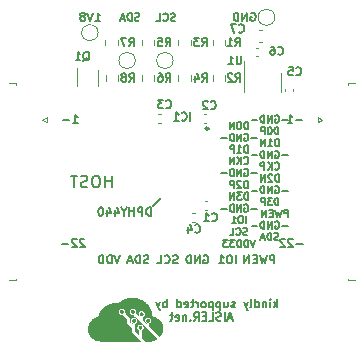
<source format=gbr>
%TF.GenerationSoftware,KiCad,Pcbnew,7.0.10*%
%TF.CreationDate,2024-02-18T19:35:46+01:00*%
%TF.ProjectId,CSI2SPY22,43534932-5350-4593-9232-2e6b69636164,rev?*%
%TF.SameCoordinates,Original*%
%TF.FileFunction,Legend,Bot*%
%TF.FilePolarity,Positive*%
%FSLAX46Y46*%
G04 Gerber Fmt 4.6, Leading zero omitted, Abs format (unit mm)*
G04 Created by KiCad (PCBNEW 7.0.10) date 2024-02-18 19:35:46*
%MOMM*%
%LPD*%
G01*
G04 APERTURE LIST*
%ADD10C,0.000000*%
%ADD11C,0.150000*%
%ADD12C,0.162500*%
%ADD13C,0.175000*%
%ADD14C,0.200000*%
%ADD15C,0.120000*%
%ADD16C,0.250000*%
G04 APERTURE END LIST*
D10*
G36*
X10925738Y-26594460D02*
G01*
X10937072Y-26595740D01*
X10948363Y-26597832D01*
X10959572Y-26600750D01*
X10970656Y-26604508D01*
X10981576Y-26609121D01*
X10992291Y-26614602D01*
X11002759Y-26620965D01*
X11012940Y-26628225D01*
X11022793Y-26636396D01*
X11032278Y-26645491D01*
X11037172Y-26650844D01*
X11041895Y-26656630D01*
X11046428Y-26662802D01*
X11050749Y-26669312D01*
X11054839Y-26676112D01*
X11058679Y-26683156D01*
X11062247Y-26690395D01*
X11065525Y-26697781D01*
X11068492Y-26705268D01*
X11071128Y-26712807D01*
X11073414Y-26720352D01*
X11075328Y-26727854D01*
X11076852Y-26735266D01*
X11077966Y-26742540D01*
X11078648Y-26749628D01*
X11078880Y-26756484D01*
X11078648Y-26763340D01*
X11077966Y-26770429D01*
X11076852Y-26777703D01*
X11075328Y-26785115D01*
X11073414Y-26792617D01*
X11071128Y-26800161D01*
X11068492Y-26807701D01*
X11065525Y-26815188D01*
X11062247Y-26822574D01*
X11058679Y-26829813D01*
X11054839Y-26836856D01*
X11050749Y-26843657D01*
X11046427Y-26850167D01*
X11041895Y-26856339D01*
X11037172Y-26862125D01*
X11032278Y-26867478D01*
X11025937Y-26873730D01*
X11019456Y-26879572D01*
X11012832Y-26885005D01*
X11006064Y-26890030D01*
X10999149Y-26894647D01*
X10992085Y-26898858D01*
X10984870Y-26902663D01*
X10977502Y-26906064D01*
X10969979Y-26909062D01*
X10962297Y-26911657D01*
X10954456Y-26913850D01*
X10946453Y-26915642D01*
X10938286Y-26917034D01*
X10929953Y-26918027D01*
X10921452Y-26918623D01*
X10912779Y-26918821D01*
X10908543Y-26918760D01*
X10904209Y-26918578D01*
X10899801Y-26918281D01*
X10895341Y-26917873D01*
X10890855Y-26917359D01*
X10886365Y-26916743D01*
X10877468Y-26915224D01*
X10873110Y-26914331D01*
X10868842Y-26913354D01*
X10864689Y-26912298D01*
X10860674Y-26911167D01*
X10856821Y-26909967D01*
X10853154Y-26908702D01*
X10849696Y-26907376D01*
X10846470Y-26905994D01*
X10840734Y-26903237D01*
X10835111Y-26900232D01*
X10829607Y-26896989D01*
X10824228Y-26893518D01*
X10818980Y-26889828D01*
X10813869Y-26885930D01*
X10808901Y-26881833D01*
X10804081Y-26877547D01*
X10799416Y-26873081D01*
X10794911Y-26868446D01*
X10790573Y-26863650D01*
X10786406Y-26858705D01*
X10782418Y-26853619D01*
X10778614Y-26848403D01*
X10774999Y-26843066D01*
X10771580Y-26837619D01*
X10768363Y-26832069D01*
X10765354Y-26826429D01*
X10762558Y-26820706D01*
X10759981Y-26814912D01*
X10757629Y-26809055D01*
X10755509Y-26803146D01*
X10753625Y-26797195D01*
X10751985Y-26791210D01*
X10750593Y-26785202D01*
X10749456Y-26779181D01*
X10748579Y-26773157D01*
X10747969Y-26767138D01*
X10747631Y-26761136D01*
X10747572Y-26755159D01*
X10747796Y-26749218D01*
X10748311Y-26743321D01*
X10750249Y-26730291D01*
X10753043Y-26717764D01*
X10756651Y-26705753D01*
X10761033Y-26694274D01*
X10766148Y-26683339D01*
X10771956Y-26672963D01*
X10778415Y-26663161D01*
X10785485Y-26653946D01*
X10793125Y-26645332D01*
X10801294Y-26637333D01*
X10809952Y-26629964D01*
X10819057Y-26623238D01*
X10828568Y-26617169D01*
X10838445Y-26611773D01*
X10848648Y-26607061D01*
X10859134Y-26603050D01*
X10869864Y-26599752D01*
X10880797Y-26597182D01*
X10891892Y-26595354D01*
X10903107Y-26594281D01*
X10914403Y-26593979D01*
X10925738Y-26594460D01*
G37*
G36*
X10816152Y-25840496D02*
G01*
X10826846Y-25841600D01*
X10837536Y-25843445D01*
X10848190Y-25846050D01*
X10858774Y-25849432D01*
X10869258Y-25853609D01*
X10879609Y-25858598D01*
X10889795Y-25864417D01*
X10899752Y-25871056D01*
X10909018Y-25878209D01*
X10917594Y-25885837D01*
X10925482Y-25893906D01*
X10932685Y-25902377D01*
X10939204Y-25911214D01*
X10945041Y-25920379D01*
X10950199Y-25929836D01*
X10954678Y-25939549D01*
X10958481Y-25949479D01*
X10961610Y-25959590D01*
X10964067Y-25969845D01*
X10965853Y-25980208D01*
X10966972Y-25990641D01*
X10967423Y-26001107D01*
X10967210Y-26011570D01*
X10966335Y-26021992D01*
X10964798Y-26032337D01*
X10962604Y-26042568D01*
X10959752Y-26052648D01*
X10956245Y-26062539D01*
X10952085Y-26072205D01*
X10947274Y-26081609D01*
X10941815Y-26090715D01*
X10935707Y-26099484D01*
X10928955Y-26107881D01*
X10921559Y-26115869D01*
X10913522Y-26123409D01*
X10904845Y-26130466D01*
X10895531Y-26137003D01*
X10885581Y-26142983D01*
X10874997Y-26148368D01*
X10867396Y-26151666D01*
X10859595Y-26154582D01*
X10851622Y-26157115D01*
X10843501Y-26159263D01*
X10835259Y-26161025D01*
X10826923Y-26162400D01*
X10818517Y-26163386D01*
X10810069Y-26163983D01*
X10801604Y-26164189D01*
X10793149Y-26164002D01*
X10784730Y-26163423D01*
X10776372Y-26162448D01*
X10768102Y-26161078D01*
X10759946Y-26159311D01*
X10751930Y-26157145D01*
X10744081Y-26154580D01*
X10744081Y-26154581D01*
X10738662Y-26152503D01*
X10733326Y-26150166D01*
X10728080Y-26147578D01*
X10722929Y-26144748D01*
X10717879Y-26141685D01*
X10712935Y-26138397D01*
X10708104Y-26134892D01*
X10703392Y-26131181D01*
X10698804Y-26127270D01*
X10694345Y-26123168D01*
X10690022Y-26118885D01*
X10685841Y-26114428D01*
X10681807Y-26109807D01*
X10677927Y-26105030D01*
X10674205Y-26100104D01*
X10670648Y-26095040D01*
X10667262Y-26089846D01*
X10664052Y-26084529D01*
X10661025Y-26079099D01*
X10658185Y-26073565D01*
X10655539Y-26067934D01*
X10653093Y-26062216D01*
X10650852Y-26056419D01*
X10648822Y-26050552D01*
X10647010Y-26044622D01*
X10645420Y-26038640D01*
X10644059Y-26032613D01*
X10642932Y-26026549D01*
X10642046Y-26020459D01*
X10641406Y-26014349D01*
X10641017Y-26008229D01*
X10640887Y-26002107D01*
X10641295Y-25990427D01*
X10642499Y-25979046D01*
X10644467Y-25967982D01*
X10647166Y-25957252D01*
X10650565Y-25946874D01*
X10654631Y-25936865D01*
X10659333Y-25927244D01*
X10664639Y-25918028D01*
X10670516Y-25909235D01*
X10676933Y-25900882D01*
X10683857Y-25892987D01*
X10691256Y-25885569D01*
X10699099Y-25878644D01*
X10707353Y-25872231D01*
X10715987Y-25866346D01*
X10724969Y-25861008D01*
X10734265Y-25856235D01*
X10743845Y-25852044D01*
X10753677Y-25848453D01*
X10763728Y-25845479D01*
X10773966Y-25843141D01*
X10784359Y-25841456D01*
X10794876Y-25840442D01*
X10805484Y-25840116D01*
X10816152Y-25840496D01*
G37*
G36*
X11465455Y-27186265D02*
G01*
X11476139Y-27187499D01*
X11486900Y-27189484D01*
X11497716Y-27192241D01*
X11504493Y-27194350D01*
X11511117Y-27196690D01*
X11517583Y-27199255D01*
X11523888Y-27202040D01*
X11530027Y-27205041D01*
X11535996Y-27208251D01*
X11541792Y-27211666D01*
X11547410Y-27215281D01*
X11552846Y-27219089D01*
X11558097Y-27223086D01*
X11563157Y-27227267D01*
X11568024Y-27231626D01*
X11572693Y-27236158D01*
X11577160Y-27240859D01*
X11581420Y-27245722D01*
X11585471Y-27250742D01*
X11589307Y-27255915D01*
X11592925Y-27261235D01*
X11596321Y-27266697D01*
X11599491Y-27272295D01*
X11602431Y-27278024D01*
X11605136Y-27283880D01*
X11607602Y-27289857D01*
X11609826Y-27295949D01*
X11611804Y-27302151D01*
X11613531Y-27308459D01*
X11615004Y-27314867D01*
X11616217Y-27321370D01*
X11617169Y-27327962D01*
X11617853Y-27334638D01*
X11618267Y-27341393D01*
X11618405Y-27348222D01*
X11618079Y-27358711D01*
X11617115Y-27368994D01*
X11615534Y-27379055D01*
X11613361Y-27388880D01*
X11610615Y-27398452D01*
X11607320Y-27407754D01*
X11603498Y-27416773D01*
X11599170Y-27425491D01*
X11594360Y-27433892D01*
X11589089Y-27441962D01*
X11583379Y-27449683D01*
X11577252Y-27457041D01*
X11570731Y-27464019D01*
X11563838Y-27470602D01*
X11556594Y-27476774D01*
X11549023Y-27482519D01*
X11541145Y-27487820D01*
X11532984Y-27492663D01*
X11524561Y-27497032D01*
X11515899Y-27500910D01*
X11507019Y-27504282D01*
X11497944Y-27507132D01*
X11488696Y-27509444D01*
X11479297Y-27511202D01*
X11469770Y-27512391D01*
X11460135Y-27512994D01*
X11450416Y-27512996D01*
X11440635Y-27512382D01*
X11430814Y-27511134D01*
X11420974Y-27509238D01*
X11411139Y-27506677D01*
X11401330Y-27503436D01*
X11390686Y-27499186D01*
X11380518Y-27494416D01*
X11370836Y-27489139D01*
X11361651Y-27483367D01*
X11352975Y-27477114D01*
X11344818Y-27470392D01*
X11337191Y-27463213D01*
X11330107Y-27455591D01*
X11323575Y-27447539D01*
X11317607Y-27439068D01*
X11312214Y-27430193D01*
X11307407Y-27420926D01*
X11303198Y-27411279D01*
X11299597Y-27401266D01*
X11296616Y-27390899D01*
X11294266Y-27380191D01*
X11292553Y-27369024D01*
X11291595Y-27357983D01*
X11291367Y-27347089D01*
X11291846Y-27336366D01*
X11293009Y-27325833D01*
X11294832Y-27315512D01*
X11297292Y-27305425D01*
X11300366Y-27295594D01*
X11304031Y-27286040D01*
X11308263Y-27276784D01*
X11313039Y-27267848D01*
X11318335Y-27259254D01*
X11324129Y-27251023D01*
X11330397Y-27243176D01*
X11337115Y-27235735D01*
X11344261Y-27228723D01*
X11351812Y-27222159D01*
X11359743Y-27216066D01*
X11368031Y-27210465D01*
X11376654Y-27205378D01*
X11385588Y-27200826D01*
X11394809Y-27196831D01*
X11404295Y-27193415D01*
X11414022Y-27190598D01*
X11423966Y-27188402D01*
X11434105Y-27186850D01*
X11444415Y-27185962D01*
X11454873Y-27185759D01*
X11465455Y-27186265D01*
G37*
G36*
X10858039Y-24825531D02*
G01*
X10933651Y-24828013D01*
X10999678Y-24832142D01*
X11027563Y-24834823D01*
X11051211Y-24837915D01*
X11131551Y-24852062D01*
X11210357Y-24869340D01*
X11287565Y-24889715D01*
X11363114Y-24913152D01*
X11436940Y-24939617D01*
X11508979Y-24969075D01*
X11579170Y-25001493D01*
X11647449Y-25036834D01*
X11713752Y-25075066D01*
X11778018Y-25116153D01*
X11840182Y-25160061D01*
X11900182Y-25206756D01*
X11957955Y-25256203D01*
X12013438Y-25308368D01*
X12066568Y-25363216D01*
X12117282Y-25420712D01*
X12156013Y-25468885D01*
X12192690Y-25518842D01*
X12227253Y-25570422D01*
X12259639Y-25623462D01*
X12289788Y-25677800D01*
X12317637Y-25733274D01*
X12343125Y-25789723D01*
X12366192Y-25846983D01*
X12386774Y-25904893D01*
X12404812Y-25963291D01*
X12420243Y-26022014D01*
X12433006Y-26080901D01*
X12443040Y-26139790D01*
X12450283Y-26198517D01*
X12454674Y-26256922D01*
X12456151Y-26314843D01*
X12456151Y-26378992D01*
X12475184Y-26383326D01*
X12535345Y-26397900D01*
X12591248Y-26413341D01*
X12643597Y-26429922D01*
X12668659Y-26438727D01*
X12693097Y-26447919D01*
X12717000Y-26457534D01*
X12740454Y-26467605D01*
X12763549Y-26478167D01*
X12786372Y-26489255D01*
X12809011Y-26500901D01*
X12831556Y-26513141D01*
X12876710Y-26539540D01*
X12933358Y-26576498D01*
X12987322Y-26616379D01*
X13038496Y-26659014D01*
X13086776Y-26704233D01*
X13132056Y-26751866D01*
X13174230Y-26801744D01*
X13213194Y-26853697D01*
X13248842Y-26907555D01*
X13281070Y-26963149D01*
X13309771Y-27020310D01*
X13334841Y-27078866D01*
X13356175Y-27138649D01*
X13373666Y-27199490D01*
X13387211Y-27261217D01*
X13392471Y-27292361D01*
X13396704Y-27323662D01*
X13399898Y-27355101D01*
X13402039Y-27386656D01*
X13402988Y-27412771D01*
X13403129Y-27438405D01*
X13402442Y-27463649D01*
X13400907Y-27488595D01*
X13398502Y-27513334D01*
X13395207Y-27537958D01*
X13391000Y-27562559D01*
X13385862Y-27587228D01*
X13379771Y-27612058D01*
X13372707Y-27637138D01*
X13364648Y-27662562D01*
X13355575Y-27688422D01*
X13345466Y-27714807D01*
X13334300Y-27741811D01*
X13322057Y-27769525D01*
X13308716Y-27798041D01*
X13297801Y-27819840D01*
X13285088Y-27843633D01*
X13255514Y-27895321D01*
X13222487Y-27949352D01*
X13188497Y-28001975D01*
X13156036Y-28049435D01*
X13127596Y-28087982D01*
X13115663Y-28102739D01*
X13105668Y-28113861D01*
X13097925Y-28120879D01*
X13094995Y-28122701D01*
X13092744Y-28123322D01*
X13089844Y-28121183D01*
X13082621Y-28114909D01*
X13056103Y-28090797D01*
X12961088Y-28002238D01*
X12822110Y-27871172D01*
X12653579Y-27711123D01*
X12220842Y-27298924D01*
X12220842Y-26996533D01*
X12251405Y-26978622D01*
X12258555Y-26974187D01*
X12265655Y-26969301D01*
X12272687Y-26963980D01*
X12279637Y-26958246D01*
X12286487Y-26952116D01*
X12293221Y-26945609D01*
X12299822Y-26938744D01*
X12306275Y-26931540D01*
X12312564Y-26924017D01*
X12318670Y-26916192D01*
X12324579Y-26908085D01*
X12330275Y-26899715D01*
X12335739Y-26891100D01*
X12340957Y-26882260D01*
X12345912Y-26873213D01*
X12350588Y-26863978D01*
X12353492Y-26857893D01*
X12356084Y-26852189D01*
X12358382Y-26846767D01*
X12360403Y-26841526D01*
X12362165Y-26836367D01*
X12363685Y-26831190D01*
X12364980Y-26825895D01*
X12366068Y-26820382D01*
X12366967Y-26814552D01*
X12367694Y-26808303D01*
X12368267Y-26801537D01*
X12368703Y-26794154D01*
X12369019Y-26786053D01*
X12369233Y-26777135D01*
X12369427Y-26756447D01*
X12369379Y-26735209D01*
X12368965Y-26717957D01*
X12368568Y-26710532D01*
X12368016Y-26703753D01*
X12367287Y-26697502D01*
X12366361Y-26691663D01*
X12365217Y-26686117D01*
X12363832Y-26680749D01*
X12362187Y-26675442D01*
X12360259Y-26670077D01*
X12358028Y-26664539D01*
X12355473Y-26658711D01*
X12349303Y-26645713D01*
X12339473Y-26627315D01*
X12328621Y-26610087D01*
X12316816Y-26594029D01*
X12304127Y-26579144D01*
X12290621Y-26565431D01*
X12276366Y-26552890D01*
X12261432Y-26541524D01*
X12245885Y-26531332D01*
X12229794Y-26522315D01*
X12213227Y-26514473D01*
X12196253Y-26507808D01*
X12178939Y-26502321D01*
X12161354Y-26498011D01*
X12143566Y-26494879D01*
X12125643Y-26492927D01*
X12107654Y-26492155D01*
X12089665Y-26492563D01*
X12071746Y-26494152D01*
X12053965Y-26496924D01*
X12036390Y-26500878D01*
X12019089Y-26506015D01*
X12002130Y-26512337D01*
X11985581Y-26519843D01*
X11969511Y-26528534D01*
X11953988Y-26538412D01*
X11939079Y-26549476D01*
X11924854Y-26561728D01*
X11911379Y-26575168D01*
X11898725Y-26589797D01*
X11886957Y-26605615D01*
X11876146Y-26622624D01*
X11866358Y-26640823D01*
X11859330Y-26655438D01*
X11856435Y-26661862D01*
X11853917Y-26667875D01*
X11851751Y-26673610D01*
X11849911Y-26679199D01*
X11848369Y-26684775D01*
X11847101Y-26690470D01*
X11846080Y-26696419D01*
X11845279Y-26702753D01*
X11844674Y-26709606D01*
X11844237Y-26717110D01*
X11843943Y-26725398D01*
X11843765Y-26734604D01*
X11843654Y-26756297D01*
X11843785Y-26776920D01*
X11844268Y-26793954D01*
X11844681Y-26801369D01*
X11845232Y-26808180D01*
X11845936Y-26814485D01*
X11846810Y-26820381D01*
X11847871Y-26825966D01*
X11849134Y-26831337D01*
X11850616Y-26836592D01*
X11852334Y-26841829D01*
X11854304Y-26847145D01*
X11856543Y-26852639D01*
X11861891Y-26864547D01*
X11866159Y-26873232D01*
X11870756Y-26881789D01*
X11875667Y-26890204D01*
X11880878Y-26898459D01*
X11886376Y-26906539D01*
X11892147Y-26914428D01*
X11898177Y-26922111D01*
X11904453Y-26929572D01*
X11910960Y-26936794D01*
X11917685Y-26943762D01*
X11924614Y-26950460D01*
X11931733Y-26956873D01*
X11939028Y-26962984D01*
X11946486Y-26968777D01*
X11954093Y-26974237D01*
X11961835Y-26979348D01*
X11966452Y-26982307D01*
X11970594Y-26985065D01*
X11974287Y-26987656D01*
X11977554Y-26990111D01*
X11980421Y-26992465D01*
X11982911Y-26994751D01*
X11985048Y-26997001D01*
X11985992Y-26998124D01*
X11986857Y-26999250D01*
X11987646Y-27000385D01*
X11988363Y-27001531D01*
X11989009Y-27002693D01*
X11989589Y-27003876D01*
X11990105Y-27005083D01*
X11990560Y-27006319D01*
X11990957Y-27007587D01*
X11991300Y-27008893D01*
X11991834Y-27011632D01*
X11992186Y-27014568D01*
X11992380Y-27017735D01*
X11992440Y-27021166D01*
X11992414Y-27023457D01*
X11992336Y-27025685D01*
X11992207Y-27027836D01*
X11992031Y-27029900D01*
X11991810Y-27031865D01*
X11991547Y-27033720D01*
X11991245Y-27035453D01*
X11990906Y-27037052D01*
X11990533Y-27038507D01*
X11990129Y-27039804D01*
X11989696Y-27040934D01*
X11989238Y-27041885D01*
X11988756Y-27042644D01*
X11988253Y-27043200D01*
X11987995Y-27043399D01*
X11987732Y-27043543D01*
X11987466Y-27043630D01*
X11987196Y-27043659D01*
X11985898Y-27042896D01*
X11983140Y-27040657D01*
X11973557Y-27032050D01*
X11959069Y-27018444D01*
X11940303Y-27000441D01*
X11917882Y-26978645D01*
X11892431Y-26953659D01*
X11864574Y-26926087D01*
X11834936Y-26896532D01*
X11687927Y-26749404D01*
X11687927Y-26456563D01*
X11721688Y-26431782D01*
X11734137Y-26422109D01*
X11745843Y-26411933D01*
X11756803Y-26401284D01*
X11767017Y-26390193D01*
X11776483Y-26378690D01*
X11785198Y-26366806D01*
X11793162Y-26354571D01*
X11800373Y-26342016D01*
X11806829Y-26329172D01*
X11812528Y-26316068D01*
X11817470Y-26302735D01*
X11821651Y-26289204D01*
X11825072Y-26275505D01*
X11827729Y-26261669D01*
X11829622Y-26247726D01*
X11830749Y-26233707D01*
X11831108Y-26219643D01*
X11830698Y-26205563D01*
X11829517Y-26191498D01*
X11827563Y-26177479D01*
X11824836Y-26163536D01*
X11821332Y-26149700D01*
X11817051Y-26136001D01*
X11811991Y-26122469D01*
X11806150Y-26109136D01*
X11799527Y-26096032D01*
X11792120Y-26083187D01*
X11783928Y-26070632D01*
X11774948Y-26058396D01*
X11765180Y-26046512D01*
X11754621Y-26035008D01*
X11743271Y-26023917D01*
X11732977Y-26014688D01*
X11722828Y-26006218D01*
X11712765Y-25998482D01*
X11702730Y-25991459D01*
X11692664Y-25985127D01*
X11682511Y-25979462D01*
X11672211Y-25974443D01*
X11661707Y-25970047D01*
X11650941Y-25966252D01*
X11639854Y-25963036D01*
X11628389Y-25960376D01*
X11616487Y-25958249D01*
X11604090Y-25956635D01*
X11591141Y-25955509D01*
X11577581Y-25954850D01*
X11563352Y-25954635D01*
X11548099Y-25954856D01*
X11533693Y-25955540D01*
X11520054Y-25956722D01*
X11507102Y-25958434D01*
X11494754Y-25960711D01*
X11482932Y-25963586D01*
X11471555Y-25967091D01*
X11460541Y-25971262D01*
X11449810Y-25976131D01*
X11439282Y-25981731D01*
X11428876Y-25988097D01*
X11418511Y-25995261D01*
X11408107Y-26003258D01*
X11397583Y-26012121D01*
X11386859Y-26021883D01*
X11375854Y-26032577D01*
X11365353Y-26043392D01*
X11355746Y-26053966D01*
X11347003Y-26064371D01*
X11339094Y-26074678D01*
X11331989Y-26084959D01*
X11325658Y-26095284D01*
X11320071Y-26105724D01*
X11315198Y-26116351D01*
X11311009Y-26127236D01*
X11307475Y-26138449D01*
X11304565Y-26150062D01*
X11302249Y-26162146D01*
X11300498Y-26174773D01*
X11299282Y-26188012D01*
X11298570Y-26201935D01*
X11298332Y-26216614D01*
X11298801Y-26232513D01*
X11300205Y-26248362D01*
X11302514Y-26264096D01*
X11305696Y-26279649D01*
X11309720Y-26294956D01*
X11314554Y-26309952D01*
X11320166Y-26324572D01*
X11326526Y-26338750D01*
X11333602Y-26352422D01*
X11341362Y-26365521D01*
X11349775Y-26377983D01*
X11358809Y-26389742D01*
X11368434Y-26400733D01*
X11378617Y-26410892D01*
X11389327Y-26420152D01*
X11400532Y-26428449D01*
X11403383Y-26430455D01*
X11406068Y-26432476D01*
X11408585Y-26434510D01*
X11410931Y-26436553D01*
X11413105Y-26438602D01*
X11415103Y-26440653D01*
X11416923Y-26442703D01*
X11418563Y-26444749D01*
X11420020Y-26446788D01*
X11421292Y-26448816D01*
X11422375Y-26450830D01*
X11423268Y-26452826D01*
X11423969Y-26454803D01*
X11424474Y-26456755D01*
X11424781Y-26458680D01*
X11424859Y-26459632D01*
X11424887Y-26460575D01*
X11424871Y-26462162D01*
X11424815Y-26463704D01*
X11424719Y-26465193D01*
X11424587Y-26466622D01*
X11424421Y-26467982D01*
X11424221Y-26469266D01*
X11423992Y-26470466D01*
X11423733Y-26471573D01*
X11423449Y-26472580D01*
X11423140Y-26473478D01*
X11422809Y-26474260D01*
X11422458Y-26474918D01*
X11422089Y-26475443D01*
X11421703Y-26475829D01*
X11421505Y-26475966D01*
X11421304Y-26476066D01*
X11421099Y-26476126D01*
X11420892Y-26476146D01*
X11419519Y-26475230D01*
X11416295Y-26472542D01*
X11404686Y-26462214D01*
X11386841Y-26445884D01*
X11363540Y-26424278D01*
X11303678Y-26368132D01*
X11231322Y-26299571D01*
X11045799Y-26122994D01*
X11058885Y-26080946D01*
X11062902Y-26066716D01*
X11066121Y-26052419D01*
X11068545Y-26038080D01*
X11070179Y-26023721D01*
X11071025Y-26009368D01*
X11071086Y-25995043D01*
X11070365Y-25980772D01*
X11068866Y-25966577D01*
X11066592Y-25952482D01*
X11063546Y-25938513D01*
X11059731Y-25924692D01*
X11055151Y-25911043D01*
X11049809Y-25897590D01*
X11043707Y-25884358D01*
X11036849Y-25871370D01*
X11029238Y-25858650D01*
X11023959Y-25850626D01*
X11018517Y-25842941D01*
X11012892Y-25835575D01*
X11007060Y-25828511D01*
X11001001Y-25821730D01*
X10994693Y-25815214D01*
X10988114Y-25808945D01*
X10981242Y-25802903D01*
X10974055Y-25797071D01*
X10966533Y-25791431D01*
X10958652Y-25785964D01*
X10950392Y-25780651D01*
X10941730Y-25775475D01*
X10932646Y-25770417D01*
X10923116Y-25765458D01*
X10913120Y-25760581D01*
X10899135Y-25754150D01*
X10892903Y-25751480D01*
X10887033Y-25749145D01*
X10881418Y-25747124D01*
X10875950Y-25745396D01*
X10870519Y-25743939D01*
X10865019Y-25742733D01*
X10859341Y-25741757D01*
X10853376Y-25740989D01*
X10847017Y-25740408D01*
X10840155Y-25739994D01*
X10832682Y-25739724D01*
X10824491Y-25739579D01*
X10805519Y-25739575D01*
X10788745Y-25739882D01*
X10773805Y-25740563D01*
X10760355Y-25741674D01*
X10754082Y-25742407D01*
X10748053Y-25743269D01*
X10742225Y-25744265D01*
X10736555Y-25745404D01*
X10731001Y-25746691D01*
X10725519Y-25748134D01*
X10720066Y-25749739D01*
X10714601Y-25751514D01*
X10703459Y-25755601D01*
X10693701Y-25759769D01*
X10683899Y-25764622D01*
X10674097Y-25770121D01*
X10664337Y-25776226D01*
X10654662Y-25782898D01*
X10645116Y-25790096D01*
X10635741Y-25797781D01*
X10626580Y-25805914D01*
X10617677Y-25814454D01*
X10609075Y-25823363D01*
X10600815Y-25832599D01*
X10592943Y-25842125D01*
X10585499Y-25851899D01*
X10578528Y-25861882D01*
X10572073Y-25872034D01*
X10566176Y-25882317D01*
X10558601Y-25896543D01*
X10555510Y-25902712D01*
X10552843Y-25908461D01*
X10550568Y-25913949D01*
X10548654Y-25919333D01*
X10547069Y-25924769D01*
X10545784Y-25930416D01*
X10544766Y-25936432D01*
X10543985Y-25942972D01*
X10543409Y-25950195D01*
X10543008Y-25958259D01*
X10542750Y-25967320D01*
X10542604Y-25977537D01*
X10542525Y-26002066D01*
X10542617Y-26026167D01*
X10543033Y-26045284D01*
X10543430Y-26053333D01*
X10543988Y-26060568D01*
X10544735Y-26067133D01*
X10545695Y-26073173D01*
X10546897Y-26078830D01*
X10548367Y-26084249D01*
X10550131Y-26089574D01*
X10552216Y-26094950D01*
X10554649Y-26100520D01*
X10557456Y-26106427D01*
X10564300Y-26119834D01*
X10569638Y-26129449D01*
X10575553Y-26139015D01*
X10582007Y-26148492D01*
X10588959Y-26157843D01*
X10596369Y-26167030D01*
X10604198Y-26176015D01*
X10612405Y-26184759D01*
X10620951Y-26193224D01*
X10629797Y-26201373D01*
X10638901Y-26209167D01*
X10648224Y-26216569D01*
X10657727Y-26223539D01*
X10667370Y-26230041D01*
X10677112Y-26236035D01*
X10686914Y-26241485D01*
X10696736Y-26246351D01*
X10702866Y-26249142D01*
X10708668Y-26251648D01*
X10714231Y-26253886D01*
X10719642Y-26255870D01*
X10724990Y-26257618D01*
X10730363Y-26259144D01*
X10735848Y-26260464D01*
X10741535Y-26261594D01*
X10747511Y-26262551D01*
X10753864Y-26263349D01*
X10760683Y-26264005D01*
X10768055Y-26264534D01*
X10776069Y-26264952D01*
X10784813Y-26265274D01*
X10804844Y-26265697D01*
X10873378Y-26266655D01*
X10939537Y-26335066D01*
X11029185Y-26427091D01*
X11151820Y-26552276D01*
X12824473Y-28265626D01*
X12848070Y-28290261D01*
X12867393Y-28310973D01*
X12874830Y-28319178D01*
X12880450Y-28325587D01*
X12884005Y-28329927D01*
X12884930Y-28331236D01*
X12885245Y-28331927D01*
X12882454Y-28334490D01*
X12874503Y-28339306D01*
X12845664Y-28354501D01*
X12803813Y-28375129D01*
X12754031Y-28398806D01*
X12701403Y-28423149D01*
X12651010Y-28445774D01*
X12607937Y-28464298D01*
X12577267Y-28476338D01*
X12563271Y-28481108D01*
X12547347Y-28486279D01*
X12511929Y-28497164D01*
X12475440Y-28507677D01*
X12458178Y-28512382D01*
X12442309Y-28516500D01*
X12369640Y-28534774D01*
X11092736Y-28535144D01*
X8926498Y-28531567D01*
X8926484Y-28531637D01*
X8373635Y-28528804D01*
X8203543Y-28526842D01*
X8085469Y-28523773D01*
X8005260Y-28519042D01*
X7948762Y-28512090D01*
X7901822Y-28502363D01*
X7850286Y-28489302D01*
X7773425Y-28466919D01*
X7698941Y-28439635D01*
X7627040Y-28407659D01*
X7557932Y-28371197D01*
X7491824Y-28330459D01*
X7428924Y-28285653D01*
X7369440Y-28236986D01*
X7313579Y-28184668D01*
X7261550Y-28128907D01*
X7213561Y-28069911D01*
X7169820Y-28007888D01*
X7130534Y-27943046D01*
X7095911Y-27875594D01*
X7066159Y-27805741D01*
X7041487Y-27733693D01*
X7022102Y-27659660D01*
X7018118Y-27639541D01*
X7014661Y-27617545D01*
X7011730Y-27593942D01*
X7009325Y-27569000D01*
X7006098Y-27516181D01*
X7004982Y-27461241D01*
X7005980Y-27406336D01*
X7009093Y-27353621D01*
X7011444Y-27328758D01*
X7014325Y-27305251D01*
X7017737Y-27283369D01*
X7021678Y-27263381D01*
X7040164Y-27190854D01*
X7062905Y-27120461D01*
X7089773Y-27052345D01*
X7120642Y-26986648D01*
X7155385Y-26923512D01*
X7193875Y-26863080D01*
X7235983Y-26805494D01*
X7281584Y-26750898D01*
X7330551Y-26699433D01*
X7382756Y-26651242D01*
X7438071Y-26606468D01*
X7496371Y-26565253D01*
X7557528Y-26527739D01*
X7621414Y-26494070D01*
X7687904Y-26464388D01*
X7756869Y-26438835D01*
X7772070Y-26433862D01*
X7787418Y-26429037D01*
X7802494Y-26424479D01*
X7816878Y-26420308D01*
X7830150Y-26416641D01*
X7841891Y-26413598D01*
X7851683Y-26411298D01*
X7859106Y-26409858D01*
X7865107Y-26408816D01*
X7870824Y-26407650D01*
X7876124Y-26406402D01*
X7880872Y-26405109D01*
X7884936Y-26403812D01*
X7886670Y-26403175D01*
X7888182Y-26402550D01*
X7889456Y-26401945D01*
X7890476Y-26401363D01*
X7891224Y-26400809D01*
X7891684Y-26400289D01*
X7892048Y-26399508D01*
X7892516Y-26398191D01*
X7893731Y-26394074D01*
X7895272Y-26388180D01*
X7897080Y-26380756D01*
X7899098Y-26372045D01*
X7901267Y-26362293D01*
X7903529Y-26351743D01*
X7905826Y-26340641D01*
X7913537Y-26305938D01*
X7922623Y-26270870D01*
X7933032Y-26235544D01*
X7944712Y-26200066D01*
X7957612Y-26164544D01*
X7971682Y-26129085D01*
X7986868Y-26093794D01*
X8003121Y-26058779D01*
X8020389Y-26024147D01*
X8034781Y-25997192D01*
X9614806Y-25997192D01*
X9615002Y-26013229D01*
X9616180Y-26029131D01*
X9618318Y-26044857D01*
X9621393Y-26060368D01*
X9625382Y-26075625D01*
X9630262Y-26090588D01*
X9636011Y-26105218D01*
X9642607Y-26119475D01*
X9650025Y-26133319D01*
X9658244Y-26146711D01*
X9667241Y-26159611D01*
X9676993Y-26171980D01*
X9687478Y-26183779D01*
X9698672Y-26194967D01*
X9710554Y-26205506D01*
X9723100Y-26215355D01*
X9736288Y-26224475D01*
X9750094Y-26232827D01*
X9764497Y-26240371D01*
X9779474Y-26247067D01*
X9795001Y-26252876D01*
X9811056Y-26257759D01*
X9827617Y-26261675D01*
X9844661Y-26264586D01*
X9862165Y-26266451D01*
X9872817Y-26267070D01*
X9883743Y-26267373D01*
X9894634Y-26267372D01*
X9905180Y-26267081D01*
X9915071Y-26266513D01*
X9923998Y-26265682D01*
X9931649Y-26264600D01*
X9934900Y-26263969D01*
X9937716Y-26263281D01*
X9962789Y-26256324D01*
X10143612Y-26437245D01*
X10324436Y-26618164D01*
X10324436Y-26944429D01*
X10535406Y-27169979D01*
X10746374Y-27395529D01*
X10748226Y-27571613D01*
X10750073Y-27747695D01*
X11151485Y-28139388D01*
X11552896Y-28531081D01*
X11696504Y-28531451D01*
X11752265Y-28531331D01*
X11797928Y-28530789D01*
X11828781Y-28529911D01*
X11837181Y-28529374D01*
X11839368Y-28529085D01*
X11840113Y-28528784D01*
X11840177Y-28528721D01*
X11839441Y-28527565D01*
X11837282Y-28524764D01*
X11828982Y-28514573D01*
X11798501Y-28478241D01*
X11753388Y-28425229D01*
X11698299Y-28361040D01*
X11556421Y-28196331D01*
X11556579Y-27895123D01*
X11556738Y-27593914D01*
X11582513Y-27582045D01*
X11590147Y-27578171D01*
X11597981Y-27573509D01*
X11605961Y-27568120D01*
X11614029Y-27562062D01*
X11622132Y-27555395D01*
X11630211Y-27548180D01*
X11638213Y-27540475D01*
X11646081Y-27532341D01*
X11653760Y-27523836D01*
X11661193Y-27515022D01*
X11668326Y-27505956D01*
X11675102Y-27496700D01*
X11681465Y-27487312D01*
X11687360Y-27477853D01*
X11692731Y-27468381D01*
X11697522Y-27458957D01*
X11704012Y-27444984D01*
X11706706Y-27438755D01*
X11709061Y-27432879D01*
X11711100Y-27427241D01*
X11712845Y-27421726D01*
X11714319Y-27416221D01*
X11715543Y-27410611D01*
X11716540Y-27404781D01*
X11717332Y-27398618D01*
X11717941Y-27392006D01*
X11718390Y-27384832D01*
X11718700Y-27376981D01*
X11718894Y-27368338D01*
X11719023Y-27348222D01*
X11718883Y-27328778D01*
X11718379Y-27312594D01*
X11717950Y-27305495D01*
X11717382Y-27298937D01*
X11716658Y-27292827D01*
X11715762Y-27287074D01*
X11714678Y-27281586D01*
X11713390Y-27276272D01*
X11711882Y-27271040D01*
X11710137Y-27265798D01*
X11708140Y-27260455D01*
X11705875Y-27254919D01*
X11700474Y-27242900D01*
X11695353Y-27232604D01*
X11689725Y-27222470D01*
X11683613Y-27212520D01*
X11677042Y-27202780D01*
X11670035Y-27193275D01*
X11662617Y-27184027D01*
X11654811Y-27175062D01*
X11646641Y-27166405D01*
X11638131Y-27158079D01*
X11629306Y-27150108D01*
X11620188Y-27142518D01*
X11610802Y-27135332D01*
X11601173Y-27128575D01*
X11591323Y-27122272D01*
X11581276Y-27116446D01*
X11571058Y-27111122D01*
X11556508Y-27104129D01*
X11550118Y-27101254D01*
X11544130Y-27098758D01*
X11538406Y-27096616D01*
X11532804Y-27094799D01*
X11527184Y-27093282D01*
X11521406Y-27092039D01*
X11515331Y-27091042D01*
X11508817Y-27090266D01*
X11501724Y-27089683D01*
X11493913Y-27089267D01*
X11485243Y-27088992D01*
X11475573Y-27088832D01*
X11452677Y-27088747D01*
X11429773Y-27088864D01*
X11411498Y-27089315D01*
X11403753Y-27089731D01*
X11396756Y-27090309D01*
X11390369Y-27091075D01*
X11384456Y-27092055D01*
X11378880Y-27093276D01*
X11373505Y-27094763D01*
X11368193Y-27096543D01*
X11362808Y-27098642D01*
X11357214Y-27101087D01*
X11351275Y-27103902D01*
X11337810Y-27110751D01*
X11321311Y-27119942D01*
X11305746Y-27129814D01*
X11291125Y-27140355D01*
X11277456Y-27151551D01*
X11264749Y-27163388D01*
X11258758Y-27169543D01*
X11253012Y-27175853D01*
X11247510Y-27182317D01*
X11242255Y-27188933D01*
X11237246Y-27195698D01*
X11232486Y-27202612D01*
X11227975Y-27209673D01*
X11223715Y-27216879D01*
X11219707Y-27224228D01*
X11215951Y-27231719D01*
X11212449Y-27239350D01*
X11209202Y-27247119D01*
X11206211Y-27255025D01*
X11203478Y-27263065D01*
X11201003Y-27271239D01*
X11198787Y-27279544D01*
X11195139Y-27296542D01*
X11192543Y-27314046D01*
X11191007Y-27332041D01*
X11190527Y-27350057D01*
X11191074Y-27367738D01*
X11192634Y-27385052D01*
X11195194Y-27401970D01*
X11198738Y-27418460D01*
X11203252Y-27434491D01*
X11208722Y-27450033D01*
X11215133Y-27465054D01*
X11222472Y-27479523D01*
X11230722Y-27493410D01*
X11239871Y-27506684D01*
X11249903Y-27519313D01*
X11260804Y-27531268D01*
X11272560Y-27542516D01*
X11285156Y-27553027D01*
X11298578Y-27562770D01*
X11334412Y-27586993D01*
X11334677Y-27780778D01*
X11334941Y-27974563D01*
X11172669Y-27808462D01*
X11010399Y-27642360D01*
X11010029Y-27323988D01*
X11009658Y-27005615D01*
X11040446Y-26989282D01*
X11049418Y-26984261D01*
X11058165Y-26978844D01*
X11066679Y-26973047D01*
X11074953Y-26966887D01*
X11082978Y-26960379D01*
X11090746Y-26953539D01*
X11098250Y-26946385D01*
X11105482Y-26938932D01*
X11112433Y-26931197D01*
X11119096Y-26923196D01*
X11125462Y-26914944D01*
X11131523Y-26906459D01*
X11137272Y-26897756D01*
X11142701Y-26888852D01*
X11147801Y-26879763D01*
X11152565Y-26870505D01*
X11156985Y-26861094D01*
X11161052Y-26851547D01*
X11164758Y-26841880D01*
X11168097Y-26832109D01*
X11171059Y-26822251D01*
X11173637Y-26812320D01*
X11175822Y-26802335D01*
X11177608Y-26792310D01*
X11178984Y-26782263D01*
X11179945Y-26772209D01*
X11180482Y-26762165D01*
X11180586Y-26752147D01*
X11180250Y-26742171D01*
X11179466Y-26732254D01*
X11178226Y-26722411D01*
X11176522Y-26712659D01*
X11172766Y-26696256D01*
X11168153Y-26680283D01*
X11162699Y-26664763D01*
X11156422Y-26649720D01*
X11149342Y-26635176D01*
X11141475Y-26621154D01*
X11132839Y-26607679D01*
X11123454Y-26594773D01*
X11113336Y-26582460D01*
X11102504Y-26570763D01*
X11090975Y-26559705D01*
X11078768Y-26549310D01*
X11065902Y-26539601D01*
X11052392Y-26530601D01*
X11038259Y-26522333D01*
X11023520Y-26514821D01*
X11009571Y-26508401D01*
X11003343Y-26505735D01*
X10997460Y-26503402D01*
X10991811Y-26501381D01*
X10986282Y-26499649D01*
X10980761Y-26498186D01*
X10975134Y-26496969D01*
X10969289Y-26495977D01*
X10963112Y-26495187D01*
X10956491Y-26494579D01*
X10949313Y-26494130D01*
X10941464Y-26493819D01*
X10932832Y-26493623D01*
X10912767Y-26493493D01*
X10892700Y-26493624D01*
X10876219Y-26494131D01*
X10869041Y-26494580D01*
X10862420Y-26495189D01*
X10856243Y-26495978D01*
X10850398Y-26496971D01*
X10844771Y-26498188D01*
X10839250Y-26499651D01*
X10833721Y-26501383D01*
X10828072Y-26503404D01*
X10822190Y-26505737D01*
X10815961Y-26508403D01*
X10802012Y-26514821D01*
X10791934Y-26519850D01*
X10782127Y-26525250D01*
X10772597Y-26531009D01*
X10763352Y-26537113D01*
X10754398Y-26543548D01*
X10745744Y-26550303D01*
X10737395Y-26557365D01*
X10729360Y-26564719D01*
X10721645Y-26572354D01*
X10714257Y-26580257D01*
X10707203Y-26588413D01*
X10700491Y-26596811D01*
X10694127Y-26605437D01*
X10688119Y-26614279D01*
X10682474Y-26623323D01*
X10677198Y-26632557D01*
X10672299Y-26641967D01*
X10667784Y-26651540D01*
X10663660Y-26661264D01*
X10659933Y-26671126D01*
X10656613Y-26681112D01*
X10653704Y-26691210D01*
X10651215Y-26701406D01*
X10649152Y-26711688D01*
X10647522Y-26722043D01*
X10646333Y-26732457D01*
X10645592Y-26742918D01*
X10645305Y-26753412D01*
X10645481Y-26763927D01*
X10646125Y-26774450D01*
X10647245Y-26784968D01*
X10648848Y-26795468D01*
X10650758Y-26804975D01*
X10653250Y-26815296D01*
X10656219Y-26826102D01*
X10659560Y-26837063D01*
X10663167Y-26847849D01*
X10666934Y-26858130D01*
X10670758Y-26867576D01*
X10674532Y-26875859D01*
X10678472Y-26883271D01*
X10683243Y-26891168D01*
X10688732Y-26899430D01*
X10694830Y-26907936D01*
X10701425Y-26916564D01*
X10708406Y-26925195D01*
X10715663Y-26933708D01*
X10723083Y-26941982D01*
X10730557Y-26949896D01*
X10737973Y-26957330D01*
X10745219Y-26964163D01*
X10752186Y-26970275D01*
X10758763Y-26975544D01*
X10764837Y-26979851D01*
X10770298Y-26983074D01*
X10772764Y-26984242D01*
X10775035Y-26985094D01*
X10776050Y-26985436D01*
X10777013Y-26985806D01*
X10777924Y-26986207D01*
X10778786Y-26986643D01*
X10779600Y-26987120D01*
X10780367Y-26987643D01*
X10781088Y-26988214D01*
X10781764Y-26988841D01*
X10782397Y-26989525D01*
X10782988Y-26990274D01*
X10783538Y-26991090D01*
X10784048Y-26991979D01*
X10784520Y-26992945D01*
X10784955Y-26993993D01*
X10785354Y-26995127D01*
X10785719Y-26996352D01*
X10786050Y-26997673D01*
X10786349Y-26999093D01*
X10786617Y-27000619D01*
X10786856Y-27002253D01*
X10787067Y-27004002D01*
X10787250Y-27005868D01*
X10787407Y-27007858D01*
X10787540Y-27009976D01*
X10787650Y-27012225D01*
X10787738Y-27014612D01*
X10787852Y-27019813D01*
X10787893Y-27025617D01*
X10787871Y-27032059D01*
X10787500Y-27074847D01*
X10677084Y-26961634D01*
X10566668Y-26848421D01*
X10566668Y-26498935D01*
X10351765Y-26292891D01*
X10228998Y-26174706D01*
X10191075Y-26137298D01*
X10165672Y-26110950D01*
X10156933Y-26101129D01*
X10150446Y-26093117D01*
X10145917Y-26086598D01*
X10143054Y-26081253D01*
X10141565Y-26076762D01*
X10141156Y-26072809D01*
X10141535Y-26069075D01*
X10142409Y-26065241D01*
X10142971Y-26062769D01*
X10143512Y-26059833D01*
X10144522Y-26052722D01*
X10145420Y-26044212D01*
X10146184Y-26034607D01*
X10146794Y-26024210D01*
X10147227Y-26013324D01*
X10147465Y-26002252D01*
X10147484Y-25991298D01*
X10146844Y-25975501D01*
X10145232Y-25960003D01*
X10142681Y-25944825D01*
X10139223Y-25929991D01*
X10134890Y-25915524D01*
X10129716Y-25901448D01*
X10123733Y-25887786D01*
X10116973Y-25874560D01*
X10109470Y-25861795D01*
X10101255Y-25849513D01*
X10092362Y-25837738D01*
X10082823Y-25826492D01*
X10072671Y-25815800D01*
X10061939Y-25805684D01*
X10050658Y-25796167D01*
X10038862Y-25787274D01*
X10026584Y-25779026D01*
X10013855Y-25771447D01*
X10000709Y-25764561D01*
X9987178Y-25758391D01*
X9973295Y-25752960D01*
X9959092Y-25748291D01*
X9944603Y-25744407D01*
X9929859Y-25741332D01*
X9914893Y-25739088D01*
X9899738Y-25737700D01*
X9884427Y-25737190D01*
X9868992Y-25737582D01*
X9853466Y-25738898D01*
X9837882Y-25741163D01*
X9822271Y-25744399D01*
X9806667Y-25748629D01*
X9793060Y-25753113D01*
X9779848Y-25758176D01*
X9767043Y-25763808D01*
X9754657Y-25769999D01*
X9742700Y-25776740D01*
X9731185Y-25784021D01*
X9720123Y-25791833D01*
X9709525Y-25800166D01*
X9699403Y-25809012D01*
X9689769Y-25818359D01*
X9680634Y-25828199D01*
X9672009Y-25838522D01*
X9663906Y-25849319D01*
X9656336Y-25860579D01*
X9649312Y-25872294D01*
X9642843Y-25884455D01*
X9635528Y-25900334D01*
X9629354Y-25916355D01*
X9624298Y-25932478D01*
X9620338Y-25948662D01*
X9617451Y-25964869D01*
X9615615Y-25981059D01*
X9614806Y-25997192D01*
X8034781Y-25997192D01*
X8038619Y-25990004D01*
X8057762Y-25956458D01*
X8077765Y-25923614D01*
X8098577Y-25891580D01*
X8120146Y-25860462D01*
X8142422Y-25830367D01*
X8165353Y-25801403D01*
X8175227Y-25789690D01*
X8186579Y-25776817D01*
X8212927Y-25748356D01*
X8242818Y-25717560D01*
X8274673Y-25685967D01*
X8306910Y-25655117D01*
X8337952Y-25626547D01*
X8366219Y-25601798D01*
X8378818Y-25591336D01*
X8390130Y-25582407D01*
X8428846Y-25553890D01*
X8468679Y-25526606D01*
X8509560Y-25500585D01*
X8551423Y-25475854D01*
X8594197Y-25452441D01*
X8637814Y-25430375D01*
X8682207Y-25409683D01*
X8727307Y-25390393D01*
X8773046Y-25372533D01*
X8819354Y-25356131D01*
X8866164Y-25341215D01*
X8913408Y-25327813D01*
X8961016Y-25315953D01*
X9008921Y-25305664D01*
X9057054Y-25296972D01*
X9105346Y-25289906D01*
X9147060Y-25285546D01*
X9194467Y-25282360D01*
X9245817Y-25280354D01*
X9299363Y-25279536D01*
X9353354Y-25279913D01*
X9406042Y-25281492D01*
X9455678Y-25284281D01*
X9500514Y-25288287D01*
X9579686Y-25297015D01*
X9625090Y-25255831D01*
X9670528Y-25216209D01*
X9717689Y-25178186D01*
X9766480Y-25141805D01*
X9816812Y-25107110D01*
X9868593Y-25074144D01*
X9921734Y-25042948D01*
X9976142Y-25013567D01*
X10031728Y-24986043D01*
X10088401Y-24960419D01*
X10146070Y-24936738D01*
X10204644Y-24915043D01*
X10264033Y-24895377D01*
X10324146Y-24877783D01*
X10384892Y-24862304D01*
X10446181Y-24848982D01*
X10507922Y-24837862D01*
X10530718Y-24834770D01*
X10557864Y-24832092D01*
X10622753Y-24827975D01*
X10697683Y-24825511D01*
X10777747Y-24824697D01*
X10858039Y-24825531D01*
G37*
G36*
X9890000Y-25840000D02*
G01*
X9901766Y-25840984D01*
X9913511Y-25842841D01*
X9925189Y-25845587D01*
X9936756Y-25849242D01*
X9948163Y-25853822D01*
X9959365Y-25859347D01*
X9970317Y-25865835D01*
X9980971Y-25873303D01*
X9991281Y-25881770D01*
X10001202Y-25891254D01*
X10007616Y-25898258D01*
X10013522Y-25905522D01*
X10018925Y-25913027D01*
X10023826Y-25920750D01*
X10028229Y-25928672D01*
X10032136Y-25936770D01*
X10035550Y-25945024D01*
X10038474Y-25953412D01*
X10040910Y-25961914D01*
X10042861Y-25970508D01*
X10044330Y-25979173D01*
X10045320Y-25987888D01*
X10045834Y-25996632D01*
X10045874Y-26005384D01*
X10045443Y-26014123D01*
X10044543Y-26022827D01*
X10043178Y-26031475D01*
X10041350Y-26040047D01*
X10039063Y-26048521D01*
X10036318Y-26056876D01*
X10033119Y-26065090D01*
X10029468Y-26073144D01*
X10025368Y-26081015D01*
X10020822Y-26088683D01*
X10015832Y-26096127D01*
X10010402Y-26103324D01*
X10004533Y-26110255D01*
X9998230Y-26116898D01*
X9991494Y-26123232D01*
X9984329Y-26129235D01*
X9976737Y-26134888D01*
X9968720Y-26140168D01*
X9960315Y-26144948D01*
X9951433Y-26149217D01*
X9942143Y-26152968D01*
X9932514Y-26156196D01*
X9922617Y-26158896D01*
X9912520Y-26161062D01*
X9902292Y-26162689D01*
X9892003Y-26163772D01*
X9881723Y-26164304D01*
X9871520Y-26164281D01*
X9861464Y-26163697D01*
X9851625Y-26162547D01*
X9842071Y-26160824D01*
X9832873Y-26158525D01*
X9824098Y-26155642D01*
X9815818Y-26152172D01*
X9810226Y-26149428D01*
X9804779Y-26146526D01*
X9799480Y-26143469D01*
X9794330Y-26140259D01*
X9789332Y-26136900D01*
X9784488Y-26133396D01*
X9779800Y-26129750D01*
X9775269Y-26125965D01*
X9770899Y-26122045D01*
X9766692Y-26117993D01*
X9762649Y-26113811D01*
X9758772Y-26109504D01*
X9755064Y-26105075D01*
X9751527Y-26100527D01*
X9748163Y-26095863D01*
X9744974Y-26091087D01*
X9741962Y-26086202D01*
X9739130Y-26081212D01*
X9736479Y-26076119D01*
X9734012Y-26070927D01*
X9731730Y-26065639D01*
X9729637Y-26060259D01*
X9727733Y-26054790D01*
X9726021Y-26049235D01*
X9724504Y-26043598D01*
X9723183Y-26037881D01*
X9722061Y-26032089D01*
X9721139Y-26026225D01*
X9720420Y-26020291D01*
X9719906Y-26014291D01*
X9719599Y-26008229D01*
X9719501Y-26002107D01*
X9720029Y-25988511D01*
X9721553Y-25975386D01*
X9724026Y-25962752D01*
X9727403Y-25950626D01*
X9731636Y-25939026D01*
X9736681Y-25927972D01*
X9742490Y-25917480D01*
X9749018Y-25907569D01*
X9756218Y-25898257D01*
X9764045Y-25889563D01*
X9772451Y-25881504D01*
X9781392Y-25874099D01*
X9790820Y-25867366D01*
X9800689Y-25861323D01*
X9810954Y-25855988D01*
X9821569Y-25851380D01*
X9832486Y-25847516D01*
X9843660Y-25844414D01*
X9855044Y-25842094D01*
X9866593Y-25840573D01*
X9878261Y-25839869D01*
X9890000Y-25840000D01*
G37*
G36*
X12117485Y-26594174D02*
G01*
X12129234Y-26595633D01*
X12141018Y-26597973D01*
X12152812Y-26601199D01*
X12164591Y-26605314D01*
X12176332Y-26610320D01*
X12181810Y-26612980D01*
X12187137Y-26615786D01*
X12192311Y-26618736D01*
X12197330Y-26621828D01*
X12202194Y-26625059D01*
X12206900Y-26628426D01*
X12211447Y-26631928D01*
X12215833Y-26635563D01*
X12220058Y-26639328D01*
X12224120Y-26643220D01*
X12228017Y-26647237D01*
X12231748Y-26651378D01*
X12235311Y-26655640D01*
X12238704Y-26660020D01*
X12241928Y-26664516D01*
X12244979Y-26669126D01*
X12247856Y-26673847D01*
X12250559Y-26678678D01*
X12253085Y-26683615D01*
X12255433Y-26688658D01*
X12257602Y-26693802D01*
X12259589Y-26699047D01*
X12261395Y-26704389D01*
X12263016Y-26709826D01*
X12264453Y-26715357D01*
X12265702Y-26720979D01*
X12266764Y-26726688D01*
X12267635Y-26732485D01*
X12268316Y-26738364D01*
X12268804Y-26744326D01*
X12269098Y-26750367D01*
X12269196Y-26756484D01*
X12268886Y-26766845D01*
X12267967Y-26776983D01*
X12266460Y-26786886D01*
X12264382Y-26796539D01*
X12261753Y-26805929D01*
X12258590Y-26815044D01*
X12254913Y-26823869D01*
X12250741Y-26832392D01*
X12246091Y-26840599D01*
X12240984Y-26848477D01*
X12235437Y-26856013D01*
X12229469Y-26863193D01*
X12223099Y-26870005D01*
X12216347Y-26876434D01*
X12209229Y-26882468D01*
X12201766Y-26888093D01*
X12193975Y-26893296D01*
X12185877Y-26898063D01*
X12177488Y-26902382D01*
X12168829Y-26906239D01*
X12159917Y-26909621D01*
X12150772Y-26912515D01*
X12141412Y-26914906D01*
X12131856Y-26916783D01*
X12122123Y-26918131D01*
X12112231Y-26918937D01*
X12102199Y-26919189D01*
X12092047Y-26918872D01*
X12081791Y-26917974D01*
X12071452Y-26916481D01*
X12061048Y-26914380D01*
X12050598Y-26911657D01*
X12050597Y-26911657D01*
X12047570Y-26910682D01*
X12044440Y-26909489D01*
X12037918Y-26906489D01*
X12031114Y-26902735D01*
X12024110Y-26898305D01*
X12016990Y-26893278D01*
X12009836Y-26887732D01*
X12002731Y-26881745D01*
X11995758Y-26875396D01*
X11989000Y-26868764D01*
X11982540Y-26861925D01*
X11976460Y-26854960D01*
X11970844Y-26847946D01*
X11965775Y-26840962D01*
X11961335Y-26834085D01*
X11957607Y-26827395D01*
X11954674Y-26820970D01*
X11953485Y-26817815D01*
X11952329Y-26814389D01*
X11951212Y-26810725D01*
X11950141Y-26806857D01*
X11948159Y-26798637D01*
X11946429Y-26789994D01*
X11945001Y-26781193D01*
X11943922Y-26772498D01*
X11943528Y-26768272D01*
X11943240Y-26764173D01*
X11943062Y-26760233D01*
X11943001Y-26756484D01*
X11943211Y-26747377D01*
X11943841Y-26738489D01*
X11944893Y-26729817D01*
X11946368Y-26721358D01*
X11948268Y-26713108D01*
X11950593Y-26705066D01*
X11953346Y-26697227D01*
X11956527Y-26689589D01*
X11960138Y-26682148D01*
X11964181Y-26674902D01*
X11968657Y-26667847D01*
X11973567Y-26660981D01*
X11978912Y-26654299D01*
X11984694Y-26647801D01*
X11990915Y-26641481D01*
X11997575Y-26635337D01*
X12007318Y-26627324D01*
X12017366Y-26620155D01*
X12027694Y-26613833D01*
X12038280Y-26608362D01*
X12049097Y-26603745D01*
X12060121Y-26599986D01*
X12071327Y-26597087D01*
X12082691Y-26595054D01*
X12094189Y-26593888D01*
X12105795Y-26593593D01*
X12117485Y-26594174D01*
G37*
D11*
X13175000Y-16350000D02*
X12500000Y-17025000D01*
D10*
G36*
X11578878Y-26055709D02*
G01*
X11591425Y-26057403D01*
X11603634Y-26060013D01*
X11615473Y-26063498D01*
X11626910Y-26067818D01*
X11637911Y-26072930D01*
X11648444Y-26078795D01*
X11658476Y-26085370D01*
X11667974Y-26092614D01*
X11676906Y-26100487D01*
X11685238Y-26108946D01*
X11692939Y-26117952D01*
X11699974Y-26127462D01*
X11706312Y-26137435D01*
X11711919Y-26147831D01*
X11716764Y-26158608D01*
X11720812Y-26169725D01*
X11724031Y-26181141D01*
X11726389Y-26192814D01*
X11727853Y-26204703D01*
X11728389Y-26216768D01*
X11727965Y-26228966D01*
X11726549Y-26241257D01*
X11724108Y-26253600D01*
X11720608Y-26265954D01*
X11716017Y-26278276D01*
X11710302Y-26290526D01*
X11703431Y-26302664D01*
X11697708Y-26311441D01*
X11691747Y-26319629D01*
X11685533Y-26327237D01*
X11682327Y-26330827D01*
X11679051Y-26334275D01*
X11675704Y-26337583D01*
X11672284Y-26340752D01*
X11668788Y-26343783D01*
X11665216Y-26346677D01*
X11661564Y-26349435D01*
X11657831Y-26352059D01*
X11654015Y-26354549D01*
X11650114Y-26356907D01*
X11646126Y-26359134D01*
X11642049Y-26361231D01*
X11637880Y-26363200D01*
X11633619Y-26365040D01*
X11629262Y-26366755D01*
X11624808Y-26368344D01*
X11620256Y-26369809D01*
X11615602Y-26371151D01*
X11605983Y-26373471D01*
X11595937Y-26375312D01*
X11585446Y-26376685D01*
X11574496Y-26377599D01*
X11559483Y-26378383D01*
X11552988Y-26378574D01*
X11547052Y-26378610D01*
X11541585Y-26378472D01*
X11536501Y-26378144D01*
X11531710Y-26377609D01*
X11527126Y-26376849D01*
X11522660Y-26375847D01*
X11518224Y-26374586D01*
X11513732Y-26373049D01*
X11509094Y-26371219D01*
X11504222Y-26369079D01*
X11499030Y-26366612D01*
X11487331Y-26360626D01*
X11487330Y-26360626D01*
X11481058Y-26357169D01*
X11474998Y-26353523D01*
X11469152Y-26349693D01*
X11463523Y-26345683D01*
X11458113Y-26341500D01*
X11452925Y-26337147D01*
X11447962Y-26332631D01*
X11443224Y-26327957D01*
X11438715Y-26323129D01*
X11434438Y-26318152D01*
X11430394Y-26313033D01*
X11426586Y-26307775D01*
X11423017Y-26302384D01*
X11419688Y-26296866D01*
X11416603Y-26291225D01*
X11413763Y-26285466D01*
X11411171Y-26279594D01*
X11408830Y-26273616D01*
X11406741Y-26267535D01*
X11404908Y-26261357D01*
X11403332Y-26255087D01*
X11402015Y-26248730D01*
X11400962Y-26242291D01*
X11400173Y-26235776D01*
X11399651Y-26229189D01*
X11399398Y-26222536D01*
X11399418Y-26215822D01*
X11399712Y-26209051D01*
X11400282Y-26202230D01*
X11401132Y-26195362D01*
X11402263Y-26188454D01*
X11403678Y-26181510D01*
X11405080Y-26175501D01*
X11406514Y-26169922D01*
X11408013Y-26164719D01*
X11409609Y-26159837D01*
X11411334Y-26155219D01*
X11413222Y-26150813D01*
X11415305Y-26146561D01*
X11417615Y-26142410D01*
X11420185Y-26138304D01*
X11423047Y-26134188D01*
X11426235Y-26130006D01*
X11429780Y-26125705D01*
X11433715Y-26121228D01*
X11438073Y-26116521D01*
X11442886Y-26111528D01*
X11448186Y-26106195D01*
X11452403Y-26102090D01*
X11456639Y-26098136D01*
X11460883Y-26094338D01*
X11465127Y-26090704D01*
X11469359Y-26087241D01*
X11473570Y-26083956D01*
X11477749Y-26080856D01*
X11481886Y-26077947D01*
X11485970Y-26075238D01*
X11489992Y-26072735D01*
X11493942Y-26070444D01*
X11497808Y-26068374D01*
X11501581Y-26066530D01*
X11505251Y-26064920D01*
X11508807Y-26063552D01*
X11512239Y-26062431D01*
X11525979Y-26058924D01*
X11539545Y-26056539D01*
X11552906Y-26055236D01*
X11566028Y-26054973D01*
X11578878Y-26055709D01*
G37*
D11*
X25150000Y-9739866D02*
X24616667Y-9739866D01*
X23916666Y-10006533D02*
X24316666Y-10006533D01*
X24116666Y-10006533D02*
X24116666Y-9306533D01*
X24116666Y-9306533D02*
X24183333Y-9406533D01*
X24183333Y-9406533D02*
X24250000Y-9473200D01*
X24250000Y-9473200D02*
X24316666Y-9506533D01*
D12*
X11364285Y-1331050D02*
X11271428Y-1362002D01*
X11271428Y-1362002D02*
X11116666Y-1362002D01*
X11116666Y-1362002D02*
X11054761Y-1331050D01*
X11054761Y-1331050D02*
X11023809Y-1300097D01*
X11023809Y-1300097D02*
X10992856Y-1238192D01*
X10992856Y-1238192D02*
X10992856Y-1176288D01*
X10992856Y-1176288D02*
X11023809Y-1114383D01*
X11023809Y-1114383D02*
X11054761Y-1083430D01*
X11054761Y-1083430D02*
X11116666Y-1052478D01*
X11116666Y-1052478D02*
X11240475Y-1021526D01*
X11240475Y-1021526D02*
X11302380Y-990573D01*
X11302380Y-990573D02*
X11333333Y-959621D01*
X11333333Y-959621D02*
X11364285Y-897716D01*
X11364285Y-897716D02*
X11364285Y-835811D01*
X11364285Y-835811D02*
X11333333Y-773907D01*
X11333333Y-773907D02*
X11302380Y-742954D01*
X11302380Y-742954D02*
X11240475Y-712002D01*
X11240475Y-712002D02*
X11085714Y-712002D01*
X11085714Y-712002D02*
X10992856Y-742954D01*
X10714285Y-1362002D02*
X10714285Y-712002D01*
X10714285Y-712002D02*
X10559523Y-712002D01*
X10559523Y-712002D02*
X10466666Y-742954D01*
X10466666Y-742954D02*
X10404761Y-804859D01*
X10404761Y-804859D02*
X10373808Y-866764D01*
X10373808Y-866764D02*
X10342856Y-990573D01*
X10342856Y-990573D02*
X10342856Y-1083430D01*
X10342856Y-1083430D02*
X10373808Y-1207240D01*
X10373808Y-1207240D02*
X10404761Y-1269145D01*
X10404761Y-1269145D02*
X10466666Y-1331050D01*
X10466666Y-1331050D02*
X10559523Y-1362002D01*
X10559523Y-1362002D02*
X10714285Y-1362002D01*
X10095237Y-1176288D02*
X9785713Y-1176288D01*
X10157142Y-1362002D02*
X9940475Y-712002D01*
X9940475Y-712002D02*
X9723808Y-1362002D01*
D11*
X20557142Y-10534323D02*
X20557142Y-9914323D01*
X20557142Y-9914323D02*
X20414285Y-9914323D01*
X20414285Y-9914323D02*
X20328571Y-9943847D01*
X20328571Y-9943847D02*
X20271428Y-10002895D01*
X20271428Y-10002895D02*
X20242857Y-10061942D01*
X20242857Y-10061942D02*
X20214285Y-10180038D01*
X20214285Y-10180038D02*
X20214285Y-10268609D01*
X20214285Y-10268609D02*
X20242857Y-10386704D01*
X20242857Y-10386704D02*
X20271428Y-10445752D01*
X20271428Y-10445752D02*
X20328571Y-10504800D01*
X20328571Y-10504800D02*
X20414285Y-10534323D01*
X20414285Y-10534323D02*
X20557142Y-10534323D01*
X19842857Y-9914323D02*
X19785714Y-9914323D01*
X19785714Y-9914323D02*
X19728571Y-9943847D01*
X19728571Y-9943847D02*
X19700000Y-9973371D01*
X19700000Y-9973371D02*
X19671428Y-10032419D01*
X19671428Y-10032419D02*
X19642857Y-10150514D01*
X19642857Y-10150514D02*
X19642857Y-10298133D01*
X19642857Y-10298133D02*
X19671428Y-10416228D01*
X19671428Y-10416228D02*
X19700000Y-10475276D01*
X19700000Y-10475276D02*
X19728571Y-10504800D01*
X19728571Y-10504800D02*
X19785714Y-10534323D01*
X19785714Y-10534323D02*
X19842857Y-10534323D01*
X19842857Y-10534323D02*
X19900000Y-10504800D01*
X19900000Y-10504800D02*
X19928571Y-10475276D01*
X19928571Y-10475276D02*
X19957142Y-10416228D01*
X19957142Y-10416228D02*
X19985714Y-10298133D01*
X19985714Y-10298133D02*
X19985714Y-10150514D01*
X19985714Y-10150514D02*
X19957142Y-10032419D01*
X19957142Y-10032419D02*
X19928571Y-9973371D01*
X19928571Y-9973371D02*
X19900000Y-9943847D01*
X19900000Y-9943847D02*
X19842857Y-9914323D01*
X19385713Y-10534323D02*
X19385713Y-9914323D01*
X19385713Y-9914323D02*
X19042856Y-10534323D01*
X19042856Y-10534323D02*
X19042856Y-9914323D01*
X21314284Y-11296333D02*
X20857142Y-11296333D01*
X20257142Y-10942047D02*
X20314285Y-10912523D01*
X20314285Y-10912523D02*
X20399999Y-10912523D01*
X20399999Y-10912523D02*
X20485713Y-10942047D01*
X20485713Y-10942047D02*
X20542856Y-11001095D01*
X20542856Y-11001095D02*
X20571427Y-11060142D01*
X20571427Y-11060142D02*
X20599999Y-11178238D01*
X20599999Y-11178238D02*
X20599999Y-11266809D01*
X20599999Y-11266809D02*
X20571427Y-11384904D01*
X20571427Y-11384904D02*
X20542856Y-11443952D01*
X20542856Y-11443952D02*
X20485713Y-11503000D01*
X20485713Y-11503000D02*
X20399999Y-11532523D01*
X20399999Y-11532523D02*
X20342856Y-11532523D01*
X20342856Y-11532523D02*
X20257142Y-11503000D01*
X20257142Y-11503000D02*
X20228570Y-11473476D01*
X20228570Y-11473476D02*
X20228570Y-11266809D01*
X20228570Y-11266809D02*
X20342856Y-11266809D01*
X19971427Y-11532523D02*
X19971427Y-10912523D01*
X19971427Y-10912523D02*
X19628570Y-11532523D01*
X19628570Y-11532523D02*
X19628570Y-10912523D01*
X19342856Y-11532523D02*
X19342856Y-10912523D01*
X19342856Y-10912523D02*
X19199999Y-10912523D01*
X19199999Y-10912523D02*
X19114285Y-10942047D01*
X19114285Y-10942047D02*
X19057142Y-11001095D01*
X19057142Y-11001095D02*
X19028571Y-11060142D01*
X19028571Y-11060142D02*
X18999999Y-11178238D01*
X18999999Y-11178238D02*
X18999999Y-11266809D01*
X18999999Y-11266809D02*
X19028571Y-11384904D01*
X19028571Y-11384904D02*
X19057142Y-11443952D01*
X19057142Y-11443952D02*
X19114285Y-11503000D01*
X19114285Y-11503000D02*
X19199999Y-11532523D01*
X19199999Y-11532523D02*
X19342856Y-11532523D01*
X18742856Y-11296333D02*
X18285714Y-11296333D01*
X20542856Y-12530723D02*
X20542856Y-11910723D01*
X20542856Y-11910723D02*
X20399999Y-11910723D01*
X20399999Y-11910723D02*
X20314285Y-11940247D01*
X20314285Y-11940247D02*
X20257142Y-11999295D01*
X20257142Y-11999295D02*
X20228571Y-12058342D01*
X20228571Y-12058342D02*
X20199999Y-12176438D01*
X20199999Y-12176438D02*
X20199999Y-12265009D01*
X20199999Y-12265009D02*
X20228571Y-12383104D01*
X20228571Y-12383104D02*
X20257142Y-12442152D01*
X20257142Y-12442152D02*
X20314285Y-12501200D01*
X20314285Y-12501200D02*
X20399999Y-12530723D01*
X20399999Y-12530723D02*
X20542856Y-12530723D01*
X19628571Y-12530723D02*
X19971428Y-12530723D01*
X19799999Y-12530723D02*
X19799999Y-11910723D01*
X19799999Y-11910723D02*
X19857142Y-11999295D01*
X19857142Y-11999295D02*
X19914285Y-12058342D01*
X19914285Y-12058342D02*
X19971428Y-12087866D01*
X19371427Y-12530723D02*
X19371427Y-11910723D01*
X19371427Y-11910723D02*
X19142856Y-11910723D01*
X19142856Y-11910723D02*
X19085713Y-11940247D01*
X19085713Y-11940247D02*
X19057142Y-11969771D01*
X19057142Y-11969771D02*
X19028570Y-12028819D01*
X19028570Y-12028819D02*
X19028570Y-12117390D01*
X19028570Y-12117390D02*
X19057142Y-12176438D01*
X19057142Y-12176438D02*
X19085713Y-12205961D01*
X19085713Y-12205961D02*
X19142856Y-12235485D01*
X19142856Y-12235485D02*
X19371427Y-12235485D01*
X20228570Y-13469876D02*
X20257142Y-13499400D01*
X20257142Y-13499400D02*
X20342856Y-13528923D01*
X20342856Y-13528923D02*
X20399999Y-13528923D01*
X20399999Y-13528923D02*
X20485713Y-13499400D01*
X20485713Y-13499400D02*
X20542856Y-13440352D01*
X20542856Y-13440352D02*
X20571427Y-13381304D01*
X20571427Y-13381304D02*
X20599999Y-13263209D01*
X20599999Y-13263209D02*
X20599999Y-13174638D01*
X20599999Y-13174638D02*
X20571427Y-13056542D01*
X20571427Y-13056542D02*
X20542856Y-12997495D01*
X20542856Y-12997495D02*
X20485713Y-12938447D01*
X20485713Y-12938447D02*
X20399999Y-12908923D01*
X20399999Y-12908923D02*
X20342856Y-12908923D01*
X20342856Y-12908923D02*
X20257142Y-12938447D01*
X20257142Y-12938447D02*
X20228570Y-12967971D01*
X19971427Y-13528923D02*
X19971427Y-12908923D01*
X19628570Y-13528923D02*
X19885713Y-13174638D01*
X19628570Y-12908923D02*
X19971427Y-13263209D01*
X19371427Y-13528923D02*
X19371427Y-12908923D01*
X19371427Y-12908923D02*
X19028570Y-13528923D01*
X19028570Y-13528923D02*
X19028570Y-12908923D01*
X21314284Y-14290933D02*
X20857142Y-14290933D01*
X20257142Y-13936647D02*
X20314285Y-13907123D01*
X20314285Y-13907123D02*
X20399999Y-13907123D01*
X20399999Y-13907123D02*
X20485713Y-13936647D01*
X20485713Y-13936647D02*
X20542856Y-13995695D01*
X20542856Y-13995695D02*
X20571427Y-14054742D01*
X20571427Y-14054742D02*
X20599999Y-14172838D01*
X20599999Y-14172838D02*
X20599999Y-14261409D01*
X20599999Y-14261409D02*
X20571427Y-14379504D01*
X20571427Y-14379504D02*
X20542856Y-14438552D01*
X20542856Y-14438552D02*
X20485713Y-14497600D01*
X20485713Y-14497600D02*
X20399999Y-14527123D01*
X20399999Y-14527123D02*
X20342856Y-14527123D01*
X20342856Y-14527123D02*
X20257142Y-14497600D01*
X20257142Y-14497600D02*
X20228570Y-14468076D01*
X20228570Y-14468076D02*
X20228570Y-14261409D01*
X20228570Y-14261409D02*
X20342856Y-14261409D01*
X19971427Y-14527123D02*
X19971427Y-13907123D01*
X19971427Y-13907123D02*
X19628570Y-14527123D01*
X19628570Y-14527123D02*
X19628570Y-13907123D01*
X19342856Y-14527123D02*
X19342856Y-13907123D01*
X19342856Y-13907123D02*
X19199999Y-13907123D01*
X19199999Y-13907123D02*
X19114285Y-13936647D01*
X19114285Y-13936647D02*
X19057142Y-13995695D01*
X19057142Y-13995695D02*
X19028571Y-14054742D01*
X19028571Y-14054742D02*
X18999999Y-14172838D01*
X18999999Y-14172838D02*
X18999999Y-14261409D01*
X18999999Y-14261409D02*
X19028571Y-14379504D01*
X19028571Y-14379504D02*
X19057142Y-14438552D01*
X19057142Y-14438552D02*
X19114285Y-14497600D01*
X19114285Y-14497600D02*
X19199999Y-14527123D01*
X19199999Y-14527123D02*
X19342856Y-14527123D01*
X18742856Y-14290933D02*
X18285714Y-14290933D01*
X20542856Y-15525323D02*
X20542856Y-14905323D01*
X20542856Y-14905323D02*
X20399999Y-14905323D01*
X20399999Y-14905323D02*
X20314285Y-14934847D01*
X20314285Y-14934847D02*
X20257142Y-14993895D01*
X20257142Y-14993895D02*
X20228571Y-15052942D01*
X20228571Y-15052942D02*
X20199999Y-15171038D01*
X20199999Y-15171038D02*
X20199999Y-15259609D01*
X20199999Y-15259609D02*
X20228571Y-15377704D01*
X20228571Y-15377704D02*
X20257142Y-15436752D01*
X20257142Y-15436752D02*
X20314285Y-15495800D01*
X20314285Y-15495800D02*
X20399999Y-15525323D01*
X20399999Y-15525323D02*
X20542856Y-15525323D01*
X19971428Y-14964371D02*
X19942856Y-14934847D01*
X19942856Y-14934847D02*
X19885714Y-14905323D01*
X19885714Y-14905323D02*
X19742856Y-14905323D01*
X19742856Y-14905323D02*
X19685714Y-14934847D01*
X19685714Y-14934847D02*
X19657142Y-14964371D01*
X19657142Y-14964371D02*
X19628571Y-15023419D01*
X19628571Y-15023419D02*
X19628571Y-15082466D01*
X19628571Y-15082466D02*
X19657142Y-15171038D01*
X19657142Y-15171038D02*
X19999999Y-15525323D01*
X19999999Y-15525323D02*
X19628571Y-15525323D01*
X19371427Y-15525323D02*
X19371427Y-14905323D01*
X19371427Y-14905323D02*
X19142856Y-14905323D01*
X19142856Y-14905323D02*
X19085713Y-14934847D01*
X19085713Y-14934847D02*
X19057142Y-14964371D01*
X19057142Y-14964371D02*
X19028570Y-15023419D01*
X19028570Y-15023419D02*
X19028570Y-15111990D01*
X19028570Y-15111990D02*
X19057142Y-15171038D01*
X19057142Y-15171038D02*
X19085713Y-15200561D01*
X19085713Y-15200561D02*
X19142856Y-15230085D01*
X19142856Y-15230085D02*
X19371427Y-15230085D01*
X20557142Y-16523523D02*
X20557142Y-15903523D01*
X20557142Y-15903523D02*
X20414285Y-15903523D01*
X20414285Y-15903523D02*
X20328571Y-15933047D01*
X20328571Y-15933047D02*
X20271428Y-15992095D01*
X20271428Y-15992095D02*
X20242857Y-16051142D01*
X20242857Y-16051142D02*
X20214285Y-16169238D01*
X20214285Y-16169238D02*
X20214285Y-16257809D01*
X20214285Y-16257809D02*
X20242857Y-16375904D01*
X20242857Y-16375904D02*
X20271428Y-16434952D01*
X20271428Y-16434952D02*
X20328571Y-16494000D01*
X20328571Y-16494000D02*
X20414285Y-16523523D01*
X20414285Y-16523523D02*
X20557142Y-16523523D01*
X20014285Y-15903523D02*
X19642857Y-15903523D01*
X19642857Y-15903523D02*
X19842857Y-16139714D01*
X19842857Y-16139714D02*
X19757142Y-16139714D01*
X19757142Y-16139714D02*
X19700000Y-16169238D01*
X19700000Y-16169238D02*
X19671428Y-16198761D01*
X19671428Y-16198761D02*
X19642857Y-16257809D01*
X19642857Y-16257809D02*
X19642857Y-16405428D01*
X19642857Y-16405428D02*
X19671428Y-16464476D01*
X19671428Y-16464476D02*
X19700000Y-16494000D01*
X19700000Y-16494000D02*
X19757142Y-16523523D01*
X19757142Y-16523523D02*
X19928571Y-16523523D01*
X19928571Y-16523523D02*
X19985714Y-16494000D01*
X19985714Y-16494000D02*
X20014285Y-16464476D01*
X19385713Y-16523523D02*
X19385713Y-15903523D01*
X19385713Y-15903523D02*
X19042856Y-16523523D01*
X19042856Y-16523523D02*
X19042856Y-15903523D01*
X21314284Y-17285533D02*
X20857142Y-17285533D01*
X20257142Y-16931247D02*
X20314285Y-16901723D01*
X20314285Y-16901723D02*
X20399999Y-16901723D01*
X20399999Y-16901723D02*
X20485713Y-16931247D01*
X20485713Y-16931247D02*
X20542856Y-16990295D01*
X20542856Y-16990295D02*
X20571427Y-17049342D01*
X20571427Y-17049342D02*
X20599999Y-17167438D01*
X20599999Y-17167438D02*
X20599999Y-17256009D01*
X20599999Y-17256009D02*
X20571427Y-17374104D01*
X20571427Y-17374104D02*
X20542856Y-17433152D01*
X20542856Y-17433152D02*
X20485713Y-17492200D01*
X20485713Y-17492200D02*
X20399999Y-17521723D01*
X20399999Y-17521723D02*
X20342856Y-17521723D01*
X20342856Y-17521723D02*
X20257142Y-17492200D01*
X20257142Y-17492200D02*
X20228570Y-17462676D01*
X20228570Y-17462676D02*
X20228570Y-17256009D01*
X20228570Y-17256009D02*
X20342856Y-17256009D01*
X19971427Y-17521723D02*
X19971427Y-16901723D01*
X19971427Y-16901723D02*
X19628570Y-17521723D01*
X19628570Y-17521723D02*
X19628570Y-16901723D01*
X19342856Y-17521723D02*
X19342856Y-16901723D01*
X19342856Y-16901723D02*
X19199999Y-16901723D01*
X19199999Y-16901723D02*
X19114285Y-16931247D01*
X19114285Y-16931247D02*
X19057142Y-16990295D01*
X19057142Y-16990295D02*
X19028571Y-17049342D01*
X19028571Y-17049342D02*
X18999999Y-17167438D01*
X18999999Y-17167438D02*
X18999999Y-17256009D01*
X18999999Y-17256009D02*
X19028571Y-17374104D01*
X19028571Y-17374104D02*
X19057142Y-17433152D01*
X19057142Y-17433152D02*
X19114285Y-17492200D01*
X19114285Y-17492200D02*
X19199999Y-17521723D01*
X19199999Y-17521723D02*
X19342856Y-17521723D01*
X18742856Y-17285533D02*
X18285714Y-17285533D01*
X20399999Y-18519923D02*
X20399999Y-17899923D01*
X20000000Y-17899923D02*
X19885714Y-17899923D01*
X19885714Y-17899923D02*
X19828571Y-17929447D01*
X19828571Y-17929447D02*
X19771428Y-17988495D01*
X19771428Y-17988495D02*
X19742857Y-18106590D01*
X19742857Y-18106590D02*
X19742857Y-18313257D01*
X19742857Y-18313257D02*
X19771428Y-18431352D01*
X19771428Y-18431352D02*
X19828571Y-18490400D01*
X19828571Y-18490400D02*
X19885714Y-18519923D01*
X19885714Y-18519923D02*
X20000000Y-18519923D01*
X20000000Y-18519923D02*
X20057143Y-18490400D01*
X20057143Y-18490400D02*
X20114285Y-18431352D01*
X20114285Y-18431352D02*
X20142857Y-18313257D01*
X20142857Y-18313257D02*
X20142857Y-18106590D01*
X20142857Y-18106590D02*
X20114285Y-17988495D01*
X20114285Y-17988495D02*
X20057143Y-17929447D01*
X20057143Y-17929447D02*
X20000000Y-17899923D01*
X19171429Y-18519923D02*
X19514286Y-18519923D01*
X19342857Y-18519923D02*
X19342857Y-17899923D01*
X19342857Y-17899923D02*
X19400000Y-17988495D01*
X19400000Y-17988495D02*
X19457143Y-18047542D01*
X19457143Y-18047542D02*
X19514286Y-18077066D01*
X20514285Y-19488600D02*
X20428571Y-19518123D01*
X20428571Y-19518123D02*
X20285713Y-19518123D01*
X20285713Y-19518123D02*
X20228571Y-19488600D01*
X20228571Y-19488600D02*
X20199999Y-19459076D01*
X20199999Y-19459076D02*
X20171428Y-19400028D01*
X20171428Y-19400028D02*
X20171428Y-19340980D01*
X20171428Y-19340980D02*
X20199999Y-19281933D01*
X20199999Y-19281933D02*
X20228571Y-19252409D01*
X20228571Y-19252409D02*
X20285713Y-19222885D01*
X20285713Y-19222885D02*
X20399999Y-19193361D01*
X20399999Y-19193361D02*
X20457142Y-19163838D01*
X20457142Y-19163838D02*
X20485713Y-19134314D01*
X20485713Y-19134314D02*
X20514285Y-19075266D01*
X20514285Y-19075266D02*
X20514285Y-19016219D01*
X20514285Y-19016219D02*
X20485713Y-18957171D01*
X20485713Y-18957171D02*
X20457142Y-18927647D01*
X20457142Y-18927647D02*
X20399999Y-18898123D01*
X20399999Y-18898123D02*
X20257142Y-18898123D01*
X20257142Y-18898123D02*
X20171428Y-18927647D01*
X19571427Y-19459076D02*
X19599999Y-19488600D01*
X19599999Y-19488600D02*
X19685713Y-19518123D01*
X19685713Y-19518123D02*
X19742856Y-19518123D01*
X19742856Y-19518123D02*
X19828570Y-19488600D01*
X19828570Y-19488600D02*
X19885713Y-19429552D01*
X19885713Y-19429552D02*
X19914284Y-19370504D01*
X19914284Y-19370504D02*
X19942856Y-19252409D01*
X19942856Y-19252409D02*
X19942856Y-19163838D01*
X19942856Y-19163838D02*
X19914284Y-19045742D01*
X19914284Y-19045742D02*
X19885713Y-18986695D01*
X19885713Y-18986695D02*
X19828570Y-18927647D01*
X19828570Y-18927647D02*
X19742856Y-18898123D01*
X19742856Y-18898123D02*
X19685713Y-18898123D01*
X19685713Y-18898123D02*
X19599999Y-18927647D01*
X19599999Y-18927647D02*
X19571427Y-18957171D01*
X19028570Y-19518123D02*
X19314284Y-19518123D01*
X19314284Y-19518123D02*
X19314284Y-18898123D01*
X21171429Y-19896323D02*
X20971429Y-20516323D01*
X20971429Y-20516323D02*
X20771429Y-19896323D01*
X20571428Y-20516323D02*
X20571428Y-19896323D01*
X20571428Y-19896323D02*
X20428571Y-19896323D01*
X20428571Y-19896323D02*
X20342857Y-19925847D01*
X20342857Y-19925847D02*
X20285714Y-19984895D01*
X20285714Y-19984895D02*
X20257143Y-20043942D01*
X20257143Y-20043942D02*
X20228571Y-20162038D01*
X20228571Y-20162038D02*
X20228571Y-20250609D01*
X20228571Y-20250609D02*
X20257143Y-20368704D01*
X20257143Y-20368704D02*
X20285714Y-20427752D01*
X20285714Y-20427752D02*
X20342857Y-20486800D01*
X20342857Y-20486800D02*
X20428571Y-20516323D01*
X20428571Y-20516323D02*
X20571428Y-20516323D01*
X19971428Y-20516323D02*
X19971428Y-19896323D01*
X19971428Y-19896323D02*
X19828571Y-19896323D01*
X19828571Y-19896323D02*
X19742857Y-19925847D01*
X19742857Y-19925847D02*
X19685714Y-19984895D01*
X19685714Y-19984895D02*
X19657143Y-20043942D01*
X19657143Y-20043942D02*
X19628571Y-20162038D01*
X19628571Y-20162038D02*
X19628571Y-20250609D01*
X19628571Y-20250609D02*
X19657143Y-20368704D01*
X19657143Y-20368704D02*
X19685714Y-20427752D01*
X19685714Y-20427752D02*
X19742857Y-20486800D01*
X19742857Y-20486800D02*
X19828571Y-20516323D01*
X19828571Y-20516323D02*
X19971428Y-20516323D01*
X19428571Y-19896323D02*
X19057143Y-19896323D01*
X19057143Y-19896323D02*
X19257143Y-20132514D01*
X19257143Y-20132514D02*
X19171428Y-20132514D01*
X19171428Y-20132514D02*
X19114286Y-20162038D01*
X19114286Y-20162038D02*
X19085714Y-20191561D01*
X19085714Y-20191561D02*
X19057143Y-20250609D01*
X19057143Y-20250609D02*
X19057143Y-20398228D01*
X19057143Y-20398228D02*
X19085714Y-20457276D01*
X19085714Y-20457276D02*
X19114286Y-20486800D01*
X19114286Y-20486800D02*
X19171428Y-20516323D01*
X19171428Y-20516323D02*
X19342857Y-20516323D01*
X19342857Y-20516323D02*
X19400000Y-20486800D01*
X19400000Y-20486800D02*
X19428571Y-20457276D01*
X18857142Y-19896323D02*
X18485714Y-19896323D01*
X18485714Y-19896323D02*
X18685714Y-20132514D01*
X18685714Y-20132514D02*
X18599999Y-20132514D01*
X18599999Y-20132514D02*
X18542857Y-20162038D01*
X18542857Y-20162038D02*
X18514285Y-20191561D01*
X18514285Y-20191561D02*
X18485714Y-20250609D01*
X18485714Y-20250609D02*
X18485714Y-20398228D01*
X18485714Y-20398228D02*
X18514285Y-20457276D01*
X18514285Y-20457276D02*
X18542857Y-20486800D01*
X18542857Y-20486800D02*
X18599999Y-20516323D01*
X18599999Y-20516323D02*
X18771428Y-20516323D01*
X18771428Y-20516323D02*
X18828571Y-20486800D01*
X18828571Y-20486800D02*
X18857142Y-20457276D01*
X5733333Y-10016033D02*
X6133333Y-10016033D01*
X5933333Y-10016033D02*
X5933333Y-9316033D01*
X5933333Y-9316033D02*
X6000000Y-9416033D01*
X6000000Y-9416033D02*
X6066667Y-9482700D01*
X6066667Y-9482700D02*
X6133333Y-9516033D01*
X5433333Y-9749366D02*
X4900000Y-9749366D01*
X12325000Y-17866033D02*
X12325000Y-17166033D01*
X12325000Y-17166033D02*
X12158333Y-17166033D01*
X12158333Y-17166033D02*
X12058333Y-17199366D01*
X12058333Y-17199366D02*
X11991667Y-17266033D01*
X11991667Y-17266033D02*
X11958333Y-17332700D01*
X11958333Y-17332700D02*
X11925000Y-17466033D01*
X11925000Y-17466033D02*
X11925000Y-17566033D01*
X11925000Y-17566033D02*
X11958333Y-17699366D01*
X11958333Y-17699366D02*
X11991667Y-17766033D01*
X11991667Y-17766033D02*
X12058333Y-17832700D01*
X12058333Y-17832700D02*
X12158333Y-17866033D01*
X12158333Y-17866033D02*
X12325000Y-17866033D01*
X11625000Y-17866033D02*
X11625000Y-17166033D01*
X11625000Y-17166033D02*
X11358333Y-17166033D01*
X11358333Y-17166033D02*
X11291667Y-17199366D01*
X11291667Y-17199366D02*
X11258333Y-17232700D01*
X11258333Y-17232700D02*
X11225000Y-17299366D01*
X11225000Y-17299366D02*
X11225000Y-17399366D01*
X11225000Y-17399366D02*
X11258333Y-17466033D01*
X11258333Y-17466033D02*
X11291667Y-17499366D01*
X11291667Y-17499366D02*
X11358333Y-17532700D01*
X11358333Y-17532700D02*
X11625000Y-17532700D01*
X10925000Y-17866033D02*
X10925000Y-17166033D01*
X10925000Y-17499366D02*
X10525000Y-17499366D01*
X10525000Y-17866033D02*
X10525000Y-17166033D01*
X10058334Y-17532700D02*
X10058334Y-17866033D01*
X10291667Y-17166033D02*
X10058334Y-17532700D01*
X10058334Y-17532700D02*
X9825000Y-17166033D01*
X9291667Y-17399366D02*
X9291667Y-17866033D01*
X9458334Y-17132700D02*
X9625000Y-17632700D01*
X9625000Y-17632700D02*
X9191667Y-17632700D01*
X8625000Y-17399366D02*
X8625000Y-17866033D01*
X8791667Y-17132700D02*
X8958333Y-17632700D01*
X8958333Y-17632700D02*
X8525000Y-17632700D01*
X8125000Y-17166033D02*
X8058333Y-17166033D01*
X8058333Y-17166033D02*
X7991666Y-17199366D01*
X7991666Y-17199366D02*
X7958333Y-17232700D01*
X7958333Y-17232700D02*
X7925000Y-17299366D01*
X7925000Y-17299366D02*
X7891666Y-17432700D01*
X7891666Y-17432700D02*
X7891666Y-17599366D01*
X7891666Y-17599366D02*
X7925000Y-17732700D01*
X7925000Y-17732700D02*
X7958333Y-17799366D01*
X7958333Y-17799366D02*
X7991666Y-17832700D01*
X7991666Y-17832700D02*
X8058333Y-17866033D01*
X8058333Y-17866033D02*
X8125000Y-17866033D01*
X8125000Y-17866033D02*
X8191666Y-17832700D01*
X8191666Y-17832700D02*
X8225000Y-17799366D01*
X8225000Y-17799366D02*
X8258333Y-17732700D01*
X8258333Y-17732700D02*
X8291666Y-17599366D01*
X8291666Y-17599366D02*
X8291666Y-17432700D01*
X8291666Y-17432700D02*
X8258333Y-17299366D01*
X8258333Y-17299366D02*
X8225000Y-17232700D01*
X8225000Y-17232700D02*
X8191666Y-17199366D01*
X8191666Y-17199366D02*
X8125000Y-17166033D01*
X25183333Y-20249366D02*
X24650000Y-20249366D01*
X24349999Y-19882700D02*
X24316666Y-19849366D01*
X24316666Y-19849366D02*
X24249999Y-19816033D01*
X24249999Y-19816033D02*
X24083333Y-19816033D01*
X24083333Y-19816033D02*
X24016666Y-19849366D01*
X24016666Y-19849366D02*
X23983333Y-19882700D01*
X23983333Y-19882700D02*
X23949999Y-19949366D01*
X23949999Y-19949366D02*
X23949999Y-20016033D01*
X23949999Y-20016033D02*
X23983333Y-20116033D01*
X23983333Y-20116033D02*
X24383333Y-20516033D01*
X24383333Y-20516033D02*
X23949999Y-20516033D01*
X23683332Y-19882700D02*
X23649999Y-19849366D01*
X23649999Y-19849366D02*
X23583332Y-19816033D01*
X23583332Y-19816033D02*
X23416666Y-19816033D01*
X23416666Y-19816033D02*
X23349999Y-19849366D01*
X23349999Y-19849366D02*
X23316666Y-19882700D01*
X23316666Y-19882700D02*
X23283332Y-19949366D01*
X23283332Y-19949366D02*
X23283332Y-20016033D01*
X23283332Y-20016033D02*
X23316666Y-20116033D01*
X23316666Y-20116033D02*
X23716666Y-20516033D01*
X23716666Y-20516033D02*
X23283332Y-20516033D01*
D13*
X16808332Y-21246816D02*
X16874999Y-21213483D01*
X16874999Y-21213483D02*
X16974999Y-21213483D01*
X16974999Y-21213483D02*
X17074999Y-21246816D01*
X17074999Y-21246816D02*
X17141666Y-21313483D01*
X17141666Y-21313483D02*
X17174999Y-21380150D01*
X17174999Y-21380150D02*
X17208332Y-21513483D01*
X17208332Y-21513483D02*
X17208332Y-21613483D01*
X17208332Y-21613483D02*
X17174999Y-21746816D01*
X17174999Y-21746816D02*
X17141666Y-21813483D01*
X17141666Y-21813483D02*
X17074999Y-21880150D01*
X17074999Y-21880150D02*
X16974999Y-21913483D01*
X16974999Y-21913483D02*
X16908332Y-21913483D01*
X16908332Y-21913483D02*
X16808332Y-21880150D01*
X16808332Y-21880150D02*
X16774999Y-21846816D01*
X16774999Y-21846816D02*
X16774999Y-21613483D01*
X16774999Y-21613483D02*
X16908332Y-21613483D01*
X16474999Y-21913483D02*
X16474999Y-21213483D01*
X16474999Y-21213483D02*
X16074999Y-21913483D01*
X16074999Y-21913483D02*
X16074999Y-21213483D01*
X15741666Y-21913483D02*
X15741666Y-21213483D01*
X15741666Y-21213483D02*
X15574999Y-21213483D01*
X15574999Y-21213483D02*
X15474999Y-21246816D01*
X15474999Y-21246816D02*
X15408333Y-21313483D01*
X15408333Y-21313483D02*
X15374999Y-21380150D01*
X15374999Y-21380150D02*
X15341666Y-21513483D01*
X15341666Y-21513483D02*
X15341666Y-21613483D01*
X15341666Y-21613483D02*
X15374999Y-21746816D01*
X15374999Y-21746816D02*
X15408333Y-21813483D01*
X15408333Y-21813483D02*
X15474999Y-21880150D01*
X15474999Y-21880150D02*
X15574999Y-21913483D01*
X15574999Y-21913483D02*
X15741666Y-21913483D01*
D11*
X23914284Y-9748133D02*
X23457142Y-9748133D01*
X22857142Y-9393847D02*
X22914285Y-9364323D01*
X22914285Y-9364323D02*
X22999999Y-9364323D01*
X22999999Y-9364323D02*
X23085713Y-9393847D01*
X23085713Y-9393847D02*
X23142856Y-9452895D01*
X23142856Y-9452895D02*
X23171427Y-9511942D01*
X23171427Y-9511942D02*
X23199999Y-9630038D01*
X23199999Y-9630038D02*
X23199999Y-9718609D01*
X23199999Y-9718609D02*
X23171427Y-9836704D01*
X23171427Y-9836704D02*
X23142856Y-9895752D01*
X23142856Y-9895752D02*
X23085713Y-9954800D01*
X23085713Y-9954800D02*
X22999999Y-9984323D01*
X22999999Y-9984323D02*
X22942856Y-9984323D01*
X22942856Y-9984323D02*
X22857142Y-9954800D01*
X22857142Y-9954800D02*
X22828570Y-9925276D01*
X22828570Y-9925276D02*
X22828570Y-9718609D01*
X22828570Y-9718609D02*
X22942856Y-9718609D01*
X22571427Y-9984323D02*
X22571427Y-9364323D01*
X22571427Y-9364323D02*
X22228570Y-9984323D01*
X22228570Y-9984323D02*
X22228570Y-9364323D01*
X21942856Y-9984323D02*
X21942856Y-9364323D01*
X21942856Y-9364323D02*
X21799999Y-9364323D01*
X21799999Y-9364323D02*
X21714285Y-9393847D01*
X21714285Y-9393847D02*
X21657142Y-9452895D01*
X21657142Y-9452895D02*
X21628571Y-9511942D01*
X21628571Y-9511942D02*
X21599999Y-9630038D01*
X21599999Y-9630038D02*
X21599999Y-9718609D01*
X21599999Y-9718609D02*
X21628571Y-9836704D01*
X21628571Y-9836704D02*
X21657142Y-9895752D01*
X21657142Y-9895752D02*
X21714285Y-9954800D01*
X21714285Y-9954800D02*
X21799999Y-9984323D01*
X21799999Y-9984323D02*
X21942856Y-9984323D01*
X21342856Y-9748133D02*
X20885714Y-9748133D01*
X23142856Y-10982523D02*
X23142856Y-10362523D01*
X23142856Y-10362523D02*
X22999999Y-10362523D01*
X22999999Y-10362523D02*
X22914285Y-10392047D01*
X22914285Y-10392047D02*
X22857142Y-10451095D01*
X22857142Y-10451095D02*
X22828571Y-10510142D01*
X22828571Y-10510142D02*
X22799999Y-10628238D01*
X22799999Y-10628238D02*
X22799999Y-10716809D01*
X22799999Y-10716809D02*
X22828571Y-10834904D01*
X22828571Y-10834904D02*
X22857142Y-10893952D01*
X22857142Y-10893952D02*
X22914285Y-10953000D01*
X22914285Y-10953000D02*
X22999999Y-10982523D01*
X22999999Y-10982523D02*
X23142856Y-10982523D01*
X22428571Y-10362523D02*
X22371428Y-10362523D01*
X22371428Y-10362523D02*
X22314285Y-10392047D01*
X22314285Y-10392047D02*
X22285714Y-10421571D01*
X22285714Y-10421571D02*
X22257142Y-10480619D01*
X22257142Y-10480619D02*
X22228571Y-10598714D01*
X22228571Y-10598714D02*
X22228571Y-10746333D01*
X22228571Y-10746333D02*
X22257142Y-10864428D01*
X22257142Y-10864428D02*
X22285714Y-10923476D01*
X22285714Y-10923476D02*
X22314285Y-10953000D01*
X22314285Y-10953000D02*
X22371428Y-10982523D01*
X22371428Y-10982523D02*
X22428571Y-10982523D01*
X22428571Y-10982523D02*
X22485714Y-10953000D01*
X22485714Y-10953000D02*
X22514285Y-10923476D01*
X22514285Y-10923476D02*
X22542856Y-10864428D01*
X22542856Y-10864428D02*
X22571428Y-10746333D01*
X22571428Y-10746333D02*
X22571428Y-10598714D01*
X22571428Y-10598714D02*
X22542856Y-10480619D01*
X22542856Y-10480619D02*
X22514285Y-10421571D01*
X22514285Y-10421571D02*
X22485714Y-10392047D01*
X22485714Y-10392047D02*
X22428571Y-10362523D01*
X21971427Y-10982523D02*
X21971427Y-10362523D01*
X21971427Y-10362523D02*
X21742856Y-10362523D01*
X21742856Y-10362523D02*
X21685713Y-10392047D01*
X21685713Y-10392047D02*
X21657142Y-10421571D01*
X21657142Y-10421571D02*
X21628570Y-10480619D01*
X21628570Y-10480619D02*
X21628570Y-10569190D01*
X21628570Y-10569190D02*
X21657142Y-10628238D01*
X21657142Y-10628238D02*
X21685713Y-10657761D01*
X21685713Y-10657761D02*
X21742856Y-10687285D01*
X21742856Y-10687285D02*
X21971427Y-10687285D01*
X23157142Y-11980723D02*
X23157142Y-11360723D01*
X23157142Y-11360723D02*
X23014285Y-11360723D01*
X23014285Y-11360723D02*
X22928571Y-11390247D01*
X22928571Y-11390247D02*
X22871428Y-11449295D01*
X22871428Y-11449295D02*
X22842857Y-11508342D01*
X22842857Y-11508342D02*
X22814285Y-11626438D01*
X22814285Y-11626438D02*
X22814285Y-11715009D01*
X22814285Y-11715009D02*
X22842857Y-11833104D01*
X22842857Y-11833104D02*
X22871428Y-11892152D01*
X22871428Y-11892152D02*
X22928571Y-11951200D01*
X22928571Y-11951200D02*
X23014285Y-11980723D01*
X23014285Y-11980723D02*
X23157142Y-11980723D01*
X22242857Y-11980723D02*
X22585714Y-11980723D01*
X22414285Y-11980723D02*
X22414285Y-11360723D01*
X22414285Y-11360723D02*
X22471428Y-11449295D01*
X22471428Y-11449295D02*
X22528571Y-11508342D01*
X22528571Y-11508342D02*
X22585714Y-11537866D01*
X21985713Y-11980723D02*
X21985713Y-11360723D01*
X21985713Y-11360723D02*
X21642856Y-11980723D01*
X21642856Y-11980723D02*
X21642856Y-11360723D01*
X23914284Y-12742733D02*
X23457142Y-12742733D01*
X22857142Y-12388447D02*
X22914285Y-12358923D01*
X22914285Y-12358923D02*
X22999999Y-12358923D01*
X22999999Y-12358923D02*
X23085713Y-12388447D01*
X23085713Y-12388447D02*
X23142856Y-12447495D01*
X23142856Y-12447495D02*
X23171427Y-12506542D01*
X23171427Y-12506542D02*
X23199999Y-12624638D01*
X23199999Y-12624638D02*
X23199999Y-12713209D01*
X23199999Y-12713209D02*
X23171427Y-12831304D01*
X23171427Y-12831304D02*
X23142856Y-12890352D01*
X23142856Y-12890352D02*
X23085713Y-12949400D01*
X23085713Y-12949400D02*
X22999999Y-12978923D01*
X22999999Y-12978923D02*
X22942856Y-12978923D01*
X22942856Y-12978923D02*
X22857142Y-12949400D01*
X22857142Y-12949400D02*
X22828570Y-12919876D01*
X22828570Y-12919876D02*
X22828570Y-12713209D01*
X22828570Y-12713209D02*
X22942856Y-12713209D01*
X22571427Y-12978923D02*
X22571427Y-12358923D01*
X22571427Y-12358923D02*
X22228570Y-12978923D01*
X22228570Y-12978923D02*
X22228570Y-12358923D01*
X21942856Y-12978923D02*
X21942856Y-12358923D01*
X21942856Y-12358923D02*
X21799999Y-12358923D01*
X21799999Y-12358923D02*
X21714285Y-12388447D01*
X21714285Y-12388447D02*
X21657142Y-12447495D01*
X21657142Y-12447495D02*
X21628571Y-12506542D01*
X21628571Y-12506542D02*
X21599999Y-12624638D01*
X21599999Y-12624638D02*
X21599999Y-12713209D01*
X21599999Y-12713209D02*
X21628571Y-12831304D01*
X21628571Y-12831304D02*
X21657142Y-12890352D01*
X21657142Y-12890352D02*
X21714285Y-12949400D01*
X21714285Y-12949400D02*
X21799999Y-12978923D01*
X21799999Y-12978923D02*
X21942856Y-12978923D01*
X21342856Y-12742733D02*
X20885714Y-12742733D01*
X22814285Y-13918076D02*
X22842857Y-13947600D01*
X22842857Y-13947600D02*
X22928571Y-13977123D01*
X22928571Y-13977123D02*
X22985714Y-13977123D01*
X22985714Y-13977123D02*
X23071428Y-13947600D01*
X23071428Y-13947600D02*
X23128571Y-13888552D01*
X23128571Y-13888552D02*
X23157142Y-13829504D01*
X23157142Y-13829504D02*
X23185714Y-13711409D01*
X23185714Y-13711409D02*
X23185714Y-13622838D01*
X23185714Y-13622838D02*
X23157142Y-13504742D01*
X23157142Y-13504742D02*
X23128571Y-13445695D01*
X23128571Y-13445695D02*
X23071428Y-13386647D01*
X23071428Y-13386647D02*
X22985714Y-13357123D01*
X22985714Y-13357123D02*
X22928571Y-13357123D01*
X22928571Y-13357123D02*
X22842857Y-13386647D01*
X22842857Y-13386647D02*
X22814285Y-13416171D01*
X22557142Y-13977123D02*
X22557142Y-13357123D01*
X22214285Y-13977123D02*
X22471428Y-13622838D01*
X22214285Y-13357123D02*
X22557142Y-13711409D01*
X21957142Y-13977123D02*
X21957142Y-13357123D01*
X21957142Y-13357123D02*
X21728571Y-13357123D01*
X21728571Y-13357123D02*
X21671428Y-13386647D01*
X21671428Y-13386647D02*
X21642857Y-13416171D01*
X21642857Y-13416171D02*
X21614285Y-13475219D01*
X21614285Y-13475219D02*
X21614285Y-13563790D01*
X21614285Y-13563790D02*
X21642857Y-13622838D01*
X21642857Y-13622838D02*
X21671428Y-13652361D01*
X21671428Y-13652361D02*
X21728571Y-13681885D01*
X21728571Y-13681885D02*
X21957142Y-13681885D01*
X23157142Y-14975323D02*
X23157142Y-14355323D01*
X23157142Y-14355323D02*
X23014285Y-14355323D01*
X23014285Y-14355323D02*
X22928571Y-14384847D01*
X22928571Y-14384847D02*
X22871428Y-14443895D01*
X22871428Y-14443895D02*
X22842857Y-14502942D01*
X22842857Y-14502942D02*
X22814285Y-14621038D01*
X22814285Y-14621038D02*
X22814285Y-14709609D01*
X22814285Y-14709609D02*
X22842857Y-14827704D01*
X22842857Y-14827704D02*
X22871428Y-14886752D01*
X22871428Y-14886752D02*
X22928571Y-14945800D01*
X22928571Y-14945800D02*
X23014285Y-14975323D01*
X23014285Y-14975323D02*
X23157142Y-14975323D01*
X22585714Y-14414371D02*
X22557142Y-14384847D01*
X22557142Y-14384847D02*
X22500000Y-14355323D01*
X22500000Y-14355323D02*
X22357142Y-14355323D01*
X22357142Y-14355323D02*
X22300000Y-14384847D01*
X22300000Y-14384847D02*
X22271428Y-14414371D01*
X22271428Y-14414371D02*
X22242857Y-14473419D01*
X22242857Y-14473419D02*
X22242857Y-14532466D01*
X22242857Y-14532466D02*
X22271428Y-14621038D01*
X22271428Y-14621038D02*
X22614285Y-14975323D01*
X22614285Y-14975323D02*
X22242857Y-14975323D01*
X21985713Y-14975323D02*
X21985713Y-14355323D01*
X21985713Y-14355323D02*
X21642856Y-14975323D01*
X21642856Y-14975323D02*
X21642856Y-14355323D01*
X23914284Y-15737333D02*
X23457142Y-15737333D01*
X22857142Y-15383047D02*
X22914285Y-15353523D01*
X22914285Y-15353523D02*
X22999999Y-15353523D01*
X22999999Y-15353523D02*
X23085713Y-15383047D01*
X23085713Y-15383047D02*
X23142856Y-15442095D01*
X23142856Y-15442095D02*
X23171427Y-15501142D01*
X23171427Y-15501142D02*
X23199999Y-15619238D01*
X23199999Y-15619238D02*
X23199999Y-15707809D01*
X23199999Y-15707809D02*
X23171427Y-15825904D01*
X23171427Y-15825904D02*
X23142856Y-15884952D01*
X23142856Y-15884952D02*
X23085713Y-15944000D01*
X23085713Y-15944000D02*
X22999999Y-15973523D01*
X22999999Y-15973523D02*
X22942856Y-15973523D01*
X22942856Y-15973523D02*
X22857142Y-15944000D01*
X22857142Y-15944000D02*
X22828570Y-15914476D01*
X22828570Y-15914476D02*
X22828570Y-15707809D01*
X22828570Y-15707809D02*
X22942856Y-15707809D01*
X22571427Y-15973523D02*
X22571427Y-15353523D01*
X22571427Y-15353523D02*
X22228570Y-15973523D01*
X22228570Y-15973523D02*
X22228570Y-15353523D01*
X21942856Y-15973523D02*
X21942856Y-15353523D01*
X21942856Y-15353523D02*
X21799999Y-15353523D01*
X21799999Y-15353523D02*
X21714285Y-15383047D01*
X21714285Y-15383047D02*
X21657142Y-15442095D01*
X21657142Y-15442095D02*
X21628571Y-15501142D01*
X21628571Y-15501142D02*
X21599999Y-15619238D01*
X21599999Y-15619238D02*
X21599999Y-15707809D01*
X21599999Y-15707809D02*
X21628571Y-15825904D01*
X21628571Y-15825904D02*
X21657142Y-15884952D01*
X21657142Y-15884952D02*
X21714285Y-15944000D01*
X21714285Y-15944000D02*
X21799999Y-15973523D01*
X21799999Y-15973523D02*
X21942856Y-15973523D01*
X21342856Y-15737333D02*
X20885714Y-15737333D01*
X23142856Y-16971723D02*
X23142856Y-16351723D01*
X23142856Y-16351723D02*
X22999999Y-16351723D01*
X22999999Y-16351723D02*
X22914285Y-16381247D01*
X22914285Y-16381247D02*
X22857142Y-16440295D01*
X22857142Y-16440295D02*
X22828571Y-16499342D01*
X22828571Y-16499342D02*
X22799999Y-16617438D01*
X22799999Y-16617438D02*
X22799999Y-16706009D01*
X22799999Y-16706009D02*
X22828571Y-16824104D01*
X22828571Y-16824104D02*
X22857142Y-16883152D01*
X22857142Y-16883152D02*
X22914285Y-16942200D01*
X22914285Y-16942200D02*
X22999999Y-16971723D01*
X22999999Y-16971723D02*
X23142856Y-16971723D01*
X22599999Y-16351723D02*
X22228571Y-16351723D01*
X22228571Y-16351723D02*
X22428571Y-16587914D01*
X22428571Y-16587914D02*
X22342856Y-16587914D01*
X22342856Y-16587914D02*
X22285714Y-16617438D01*
X22285714Y-16617438D02*
X22257142Y-16646961D01*
X22257142Y-16646961D02*
X22228571Y-16706009D01*
X22228571Y-16706009D02*
X22228571Y-16853628D01*
X22228571Y-16853628D02*
X22257142Y-16912676D01*
X22257142Y-16912676D02*
X22285714Y-16942200D01*
X22285714Y-16942200D02*
X22342856Y-16971723D01*
X22342856Y-16971723D02*
X22514285Y-16971723D01*
X22514285Y-16971723D02*
X22571428Y-16942200D01*
X22571428Y-16942200D02*
X22599999Y-16912676D01*
X21971427Y-16971723D02*
X21971427Y-16351723D01*
X21971427Y-16351723D02*
X21742856Y-16351723D01*
X21742856Y-16351723D02*
X21685713Y-16381247D01*
X21685713Y-16381247D02*
X21657142Y-16410771D01*
X21657142Y-16410771D02*
X21628570Y-16469819D01*
X21628570Y-16469819D02*
X21628570Y-16558390D01*
X21628570Y-16558390D02*
X21657142Y-16617438D01*
X21657142Y-16617438D02*
X21685713Y-16646961D01*
X21685713Y-16646961D02*
X21742856Y-16676485D01*
X21742856Y-16676485D02*
X21971427Y-16676485D01*
X23942856Y-17969923D02*
X23942856Y-17349923D01*
X23942856Y-17349923D02*
X23714285Y-17349923D01*
X23714285Y-17349923D02*
X23657142Y-17379447D01*
X23657142Y-17379447D02*
X23628571Y-17408971D01*
X23628571Y-17408971D02*
X23599999Y-17468019D01*
X23599999Y-17468019D02*
X23599999Y-17556590D01*
X23599999Y-17556590D02*
X23628571Y-17615638D01*
X23628571Y-17615638D02*
X23657142Y-17645161D01*
X23657142Y-17645161D02*
X23714285Y-17674685D01*
X23714285Y-17674685D02*
X23942856Y-17674685D01*
X23399999Y-17349923D02*
X23257142Y-17969923D01*
X23257142Y-17969923D02*
X23142856Y-17527066D01*
X23142856Y-17527066D02*
X23028571Y-17969923D01*
X23028571Y-17969923D02*
X22885714Y-17349923D01*
X22657142Y-17645161D02*
X22457142Y-17645161D01*
X22371428Y-17969923D02*
X22657142Y-17969923D01*
X22657142Y-17969923D02*
X22657142Y-17349923D01*
X22657142Y-17349923D02*
X22371428Y-17349923D01*
X22114285Y-17969923D02*
X22114285Y-17349923D01*
X22114285Y-17349923D02*
X21771428Y-17969923D01*
X21771428Y-17969923D02*
X21771428Y-17349923D01*
X23914284Y-18731933D02*
X23457142Y-18731933D01*
X22857142Y-18377647D02*
X22914285Y-18348123D01*
X22914285Y-18348123D02*
X22999999Y-18348123D01*
X22999999Y-18348123D02*
X23085713Y-18377647D01*
X23085713Y-18377647D02*
X23142856Y-18436695D01*
X23142856Y-18436695D02*
X23171427Y-18495742D01*
X23171427Y-18495742D02*
X23199999Y-18613838D01*
X23199999Y-18613838D02*
X23199999Y-18702409D01*
X23199999Y-18702409D02*
X23171427Y-18820504D01*
X23171427Y-18820504D02*
X23142856Y-18879552D01*
X23142856Y-18879552D02*
X23085713Y-18938600D01*
X23085713Y-18938600D02*
X22999999Y-18968123D01*
X22999999Y-18968123D02*
X22942856Y-18968123D01*
X22942856Y-18968123D02*
X22857142Y-18938600D01*
X22857142Y-18938600D02*
X22828570Y-18909076D01*
X22828570Y-18909076D02*
X22828570Y-18702409D01*
X22828570Y-18702409D02*
X22942856Y-18702409D01*
X22571427Y-18968123D02*
X22571427Y-18348123D01*
X22571427Y-18348123D02*
X22228570Y-18968123D01*
X22228570Y-18968123D02*
X22228570Y-18348123D01*
X21942856Y-18968123D02*
X21942856Y-18348123D01*
X21942856Y-18348123D02*
X21799999Y-18348123D01*
X21799999Y-18348123D02*
X21714285Y-18377647D01*
X21714285Y-18377647D02*
X21657142Y-18436695D01*
X21657142Y-18436695D02*
X21628571Y-18495742D01*
X21628571Y-18495742D02*
X21599999Y-18613838D01*
X21599999Y-18613838D02*
X21599999Y-18702409D01*
X21599999Y-18702409D02*
X21628571Y-18820504D01*
X21628571Y-18820504D02*
X21657142Y-18879552D01*
X21657142Y-18879552D02*
X21714285Y-18938600D01*
X21714285Y-18938600D02*
X21799999Y-18968123D01*
X21799999Y-18968123D02*
X21942856Y-18968123D01*
X21342856Y-18731933D02*
X20885714Y-18731933D01*
X23128571Y-19936800D02*
X23042857Y-19966323D01*
X23042857Y-19966323D02*
X22899999Y-19966323D01*
X22899999Y-19966323D02*
X22842857Y-19936800D01*
X22842857Y-19936800D02*
X22814285Y-19907276D01*
X22814285Y-19907276D02*
X22785714Y-19848228D01*
X22785714Y-19848228D02*
X22785714Y-19789180D01*
X22785714Y-19789180D02*
X22814285Y-19730133D01*
X22814285Y-19730133D02*
X22842857Y-19700609D01*
X22842857Y-19700609D02*
X22899999Y-19671085D01*
X22899999Y-19671085D02*
X23014285Y-19641561D01*
X23014285Y-19641561D02*
X23071428Y-19612038D01*
X23071428Y-19612038D02*
X23099999Y-19582514D01*
X23099999Y-19582514D02*
X23128571Y-19523466D01*
X23128571Y-19523466D02*
X23128571Y-19464419D01*
X23128571Y-19464419D02*
X23099999Y-19405371D01*
X23099999Y-19405371D02*
X23071428Y-19375847D01*
X23071428Y-19375847D02*
X23014285Y-19346323D01*
X23014285Y-19346323D02*
X22871428Y-19346323D01*
X22871428Y-19346323D02*
X22785714Y-19375847D01*
X22528570Y-19966323D02*
X22528570Y-19346323D01*
X22528570Y-19346323D02*
X22385713Y-19346323D01*
X22385713Y-19346323D02*
X22299999Y-19375847D01*
X22299999Y-19375847D02*
X22242856Y-19434895D01*
X22242856Y-19434895D02*
X22214285Y-19493942D01*
X22214285Y-19493942D02*
X22185713Y-19612038D01*
X22185713Y-19612038D02*
X22185713Y-19700609D01*
X22185713Y-19700609D02*
X22214285Y-19818704D01*
X22214285Y-19818704D02*
X22242856Y-19877752D01*
X22242856Y-19877752D02*
X22299999Y-19936800D01*
X22299999Y-19936800D02*
X22385713Y-19966323D01*
X22385713Y-19966323D02*
X22528570Y-19966323D01*
X21957142Y-19789180D02*
X21671428Y-19789180D01*
X22014285Y-19966323D02*
X21814285Y-19346323D01*
X21814285Y-19346323D02*
X21614285Y-19966323D01*
D13*
X19524999Y-21913483D02*
X19524999Y-21213483D01*
X19058333Y-21213483D02*
X18924999Y-21213483D01*
X18924999Y-21213483D02*
X18858333Y-21246816D01*
X18858333Y-21246816D02*
X18791666Y-21313483D01*
X18791666Y-21313483D02*
X18758333Y-21446816D01*
X18758333Y-21446816D02*
X18758333Y-21680150D01*
X18758333Y-21680150D02*
X18791666Y-21813483D01*
X18791666Y-21813483D02*
X18858333Y-21880150D01*
X18858333Y-21880150D02*
X18924999Y-21913483D01*
X18924999Y-21913483D02*
X19058333Y-21913483D01*
X19058333Y-21913483D02*
X19124999Y-21880150D01*
X19124999Y-21880150D02*
X19191666Y-21813483D01*
X19191666Y-21813483D02*
X19224999Y-21680150D01*
X19224999Y-21680150D02*
X19224999Y-21446816D01*
X19224999Y-21446816D02*
X19191666Y-21313483D01*
X19191666Y-21313483D02*
X19124999Y-21246816D01*
X19124999Y-21246816D02*
X19058333Y-21213483D01*
X18091666Y-21913483D02*
X18491666Y-21913483D01*
X18291666Y-21913483D02*
X18291666Y-21213483D01*
X18291666Y-21213483D02*
X18358333Y-21313483D01*
X18358333Y-21313483D02*
X18425000Y-21380150D01*
X18425000Y-21380150D02*
X18491666Y-21413483D01*
X20803332Y-703566D02*
X20869999Y-670233D01*
X20869999Y-670233D02*
X20969999Y-670233D01*
X20969999Y-670233D02*
X21069999Y-703566D01*
X21069999Y-703566D02*
X21136666Y-770233D01*
X21136666Y-770233D02*
X21169999Y-836900D01*
X21169999Y-836900D02*
X21203332Y-970233D01*
X21203332Y-970233D02*
X21203332Y-1070233D01*
X21203332Y-1070233D02*
X21169999Y-1203566D01*
X21169999Y-1203566D02*
X21136666Y-1270233D01*
X21136666Y-1270233D02*
X21069999Y-1336900D01*
X21069999Y-1336900D02*
X20969999Y-1370233D01*
X20969999Y-1370233D02*
X20903332Y-1370233D01*
X20903332Y-1370233D02*
X20803332Y-1336900D01*
X20803332Y-1336900D02*
X20769999Y-1303566D01*
X20769999Y-1303566D02*
X20769999Y-1070233D01*
X20769999Y-1070233D02*
X20903332Y-1070233D01*
X20469999Y-1370233D02*
X20469999Y-670233D01*
X20469999Y-670233D02*
X20069999Y-1370233D01*
X20069999Y-1370233D02*
X20069999Y-670233D01*
X19736666Y-1370233D02*
X19736666Y-670233D01*
X19736666Y-670233D02*
X19569999Y-670233D01*
X19569999Y-670233D02*
X19469999Y-703566D01*
X19469999Y-703566D02*
X19403333Y-770233D01*
X19403333Y-770233D02*
X19369999Y-836900D01*
X19369999Y-836900D02*
X19336666Y-970233D01*
X19336666Y-970233D02*
X19336666Y-1070233D01*
X19336666Y-1070233D02*
X19369999Y-1203566D01*
X19369999Y-1203566D02*
X19403333Y-1270233D01*
X19403333Y-1270233D02*
X19469999Y-1336900D01*
X19469999Y-1336900D02*
X19569999Y-1370233D01*
X19569999Y-1370233D02*
X19736666Y-1370233D01*
X12124999Y-21880150D02*
X12024999Y-21913483D01*
X12024999Y-21913483D02*
X11858333Y-21913483D01*
X11858333Y-21913483D02*
X11791666Y-21880150D01*
X11791666Y-21880150D02*
X11758333Y-21846816D01*
X11758333Y-21846816D02*
X11724999Y-21780150D01*
X11724999Y-21780150D02*
X11724999Y-21713483D01*
X11724999Y-21713483D02*
X11758333Y-21646816D01*
X11758333Y-21646816D02*
X11791666Y-21613483D01*
X11791666Y-21613483D02*
X11858333Y-21580150D01*
X11858333Y-21580150D02*
X11991666Y-21546816D01*
X11991666Y-21546816D02*
X12058333Y-21513483D01*
X12058333Y-21513483D02*
X12091666Y-21480150D01*
X12091666Y-21480150D02*
X12124999Y-21413483D01*
X12124999Y-21413483D02*
X12124999Y-21346816D01*
X12124999Y-21346816D02*
X12091666Y-21280150D01*
X12091666Y-21280150D02*
X12058333Y-21246816D01*
X12058333Y-21246816D02*
X11991666Y-21213483D01*
X11991666Y-21213483D02*
X11824999Y-21213483D01*
X11824999Y-21213483D02*
X11724999Y-21246816D01*
X11424999Y-21913483D02*
X11424999Y-21213483D01*
X11424999Y-21213483D02*
X11258332Y-21213483D01*
X11258332Y-21213483D02*
X11158332Y-21246816D01*
X11158332Y-21246816D02*
X11091666Y-21313483D01*
X11091666Y-21313483D02*
X11058332Y-21380150D01*
X11058332Y-21380150D02*
X11024999Y-21513483D01*
X11024999Y-21513483D02*
X11024999Y-21613483D01*
X11024999Y-21613483D02*
X11058332Y-21746816D01*
X11058332Y-21746816D02*
X11091666Y-21813483D01*
X11091666Y-21813483D02*
X11158332Y-21880150D01*
X11158332Y-21880150D02*
X11258332Y-21913483D01*
X11258332Y-21913483D02*
X11424999Y-21913483D01*
X10758332Y-21713483D02*
X10424999Y-21713483D01*
X10824999Y-21913483D02*
X10591666Y-21213483D01*
X10591666Y-21213483D02*
X10358332Y-21913483D01*
D14*
X9016666Y-15477219D02*
X9016666Y-14477219D01*
X9016666Y-14953409D02*
X8445238Y-14953409D01*
X8445238Y-15477219D02*
X8445238Y-14477219D01*
X7778571Y-14477219D02*
X7588095Y-14477219D01*
X7588095Y-14477219D02*
X7492857Y-14524838D01*
X7492857Y-14524838D02*
X7397619Y-14620076D01*
X7397619Y-14620076D02*
X7350000Y-14810552D01*
X7350000Y-14810552D02*
X7350000Y-15143885D01*
X7350000Y-15143885D02*
X7397619Y-15334361D01*
X7397619Y-15334361D02*
X7492857Y-15429600D01*
X7492857Y-15429600D02*
X7588095Y-15477219D01*
X7588095Y-15477219D02*
X7778571Y-15477219D01*
X7778571Y-15477219D02*
X7873809Y-15429600D01*
X7873809Y-15429600D02*
X7969047Y-15334361D01*
X7969047Y-15334361D02*
X8016666Y-15143885D01*
X8016666Y-15143885D02*
X8016666Y-14810552D01*
X8016666Y-14810552D02*
X7969047Y-14620076D01*
X7969047Y-14620076D02*
X7873809Y-14524838D01*
X7873809Y-14524838D02*
X7778571Y-14477219D01*
X6969047Y-15429600D02*
X6826190Y-15477219D01*
X6826190Y-15477219D02*
X6588095Y-15477219D01*
X6588095Y-15477219D02*
X6492857Y-15429600D01*
X6492857Y-15429600D02*
X6445238Y-15381980D01*
X6445238Y-15381980D02*
X6397619Y-15286742D01*
X6397619Y-15286742D02*
X6397619Y-15191504D01*
X6397619Y-15191504D02*
X6445238Y-15096266D01*
X6445238Y-15096266D02*
X6492857Y-15048647D01*
X6492857Y-15048647D02*
X6588095Y-15001028D01*
X6588095Y-15001028D02*
X6778571Y-14953409D01*
X6778571Y-14953409D02*
X6873809Y-14905790D01*
X6873809Y-14905790D02*
X6921428Y-14858171D01*
X6921428Y-14858171D02*
X6969047Y-14762933D01*
X6969047Y-14762933D02*
X6969047Y-14667695D01*
X6969047Y-14667695D02*
X6921428Y-14572457D01*
X6921428Y-14572457D02*
X6873809Y-14524838D01*
X6873809Y-14524838D02*
X6778571Y-14477219D01*
X6778571Y-14477219D02*
X6540476Y-14477219D01*
X6540476Y-14477219D02*
X6397619Y-14524838D01*
X6111904Y-14477219D02*
X5540476Y-14477219D01*
X5826190Y-15477219D02*
X5826190Y-14477219D01*
D13*
X14608333Y-21880150D02*
X14508333Y-21913483D01*
X14508333Y-21913483D02*
X14341667Y-21913483D01*
X14341667Y-21913483D02*
X14275000Y-21880150D01*
X14275000Y-21880150D02*
X14241667Y-21846816D01*
X14241667Y-21846816D02*
X14208333Y-21780150D01*
X14208333Y-21780150D02*
X14208333Y-21713483D01*
X14208333Y-21713483D02*
X14241667Y-21646816D01*
X14241667Y-21646816D02*
X14275000Y-21613483D01*
X14275000Y-21613483D02*
X14341667Y-21580150D01*
X14341667Y-21580150D02*
X14475000Y-21546816D01*
X14475000Y-21546816D02*
X14541667Y-21513483D01*
X14541667Y-21513483D02*
X14575000Y-21480150D01*
X14575000Y-21480150D02*
X14608333Y-21413483D01*
X14608333Y-21413483D02*
X14608333Y-21346816D01*
X14608333Y-21346816D02*
X14575000Y-21280150D01*
X14575000Y-21280150D02*
X14541667Y-21246816D01*
X14541667Y-21246816D02*
X14475000Y-21213483D01*
X14475000Y-21213483D02*
X14308333Y-21213483D01*
X14308333Y-21213483D02*
X14208333Y-21246816D01*
X13508333Y-21846816D02*
X13541666Y-21880150D01*
X13541666Y-21880150D02*
X13641666Y-21913483D01*
X13641666Y-21913483D02*
X13708333Y-21913483D01*
X13708333Y-21913483D02*
X13808333Y-21880150D01*
X13808333Y-21880150D02*
X13875000Y-21813483D01*
X13875000Y-21813483D02*
X13908333Y-21746816D01*
X13908333Y-21746816D02*
X13941666Y-21613483D01*
X13941666Y-21613483D02*
X13941666Y-21513483D01*
X13941666Y-21513483D02*
X13908333Y-21380150D01*
X13908333Y-21380150D02*
X13875000Y-21313483D01*
X13875000Y-21313483D02*
X13808333Y-21246816D01*
X13808333Y-21246816D02*
X13708333Y-21213483D01*
X13708333Y-21213483D02*
X13641666Y-21213483D01*
X13641666Y-21213483D02*
X13541666Y-21246816D01*
X13541666Y-21246816D02*
X13508333Y-21280150D01*
X12875000Y-21913483D02*
X13208333Y-21913483D01*
X13208333Y-21913483D02*
X13208333Y-21213483D01*
D12*
X14398809Y-1356050D02*
X14305952Y-1387002D01*
X14305952Y-1387002D02*
X14151190Y-1387002D01*
X14151190Y-1387002D02*
X14089285Y-1356050D01*
X14089285Y-1356050D02*
X14058333Y-1325097D01*
X14058333Y-1325097D02*
X14027380Y-1263192D01*
X14027380Y-1263192D02*
X14027380Y-1201288D01*
X14027380Y-1201288D02*
X14058333Y-1139383D01*
X14058333Y-1139383D02*
X14089285Y-1108430D01*
X14089285Y-1108430D02*
X14151190Y-1077478D01*
X14151190Y-1077478D02*
X14274999Y-1046526D01*
X14274999Y-1046526D02*
X14336904Y-1015573D01*
X14336904Y-1015573D02*
X14367857Y-984621D01*
X14367857Y-984621D02*
X14398809Y-922716D01*
X14398809Y-922716D02*
X14398809Y-860811D01*
X14398809Y-860811D02*
X14367857Y-798907D01*
X14367857Y-798907D02*
X14336904Y-767954D01*
X14336904Y-767954D02*
X14274999Y-737002D01*
X14274999Y-737002D02*
X14120238Y-737002D01*
X14120238Y-737002D02*
X14027380Y-767954D01*
X13377380Y-1325097D02*
X13408332Y-1356050D01*
X13408332Y-1356050D02*
X13501190Y-1387002D01*
X13501190Y-1387002D02*
X13563094Y-1387002D01*
X13563094Y-1387002D02*
X13655951Y-1356050D01*
X13655951Y-1356050D02*
X13717856Y-1294145D01*
X13717856Y-1294145D02*
X13748809Y-1232240D01*
X13748809Y-1232240D02*
X13779761Y-1108430D01*
X13779761Y-1108430D02*
X13779761Y-1015573D01*
X13779761Y-1015573D02*
X13748809Y-891764D01*
X13748809Y-891764D02*
X13717856Y-829859D01*
X13717856Y-829859D02*
X13655951Y-767954D01*
X13655951Y-767954D02*
X13563094Y-737002D01*
X13563094Y-737002D02*
X13501190Y-737002D01*
X13501190Y-737002D02*
X13408332Y-767954D01*
X13408332Y-767954D02*
X13377380Y-798907D01*
X12789285Y-1387002D02*
X13098809Y-1387002D01*
X13098809Y-1387002D02*
X13098809Y-737002D01*
D13*
X22791666Y-21913483D02*
X22791666Y-21213483D01*
X22791666Y-21213483D02*
X22524999Y-21213483D01*
X22524999Y-21213483D02*
X22458333Y-21246816D01*
X22458333Y-21246816D02*
X22424999Y-21280150D01*
X22424999Y-21280150D02*
X22391666Y-21346816D01*
X22391666Y-21346816D02*
X22391666Y-21446816D01*
X22391666Y-21446816D02*
X22424999Y-21513483D01*
X22424999Y-21513483D02*
X22458333Y-21546816D01*
X22458333Y-21546816D02*
X22524999Y-21580150D01*
X22524999Y-21580150D02*
X22791666Y-21580150D01*
X22158333Y-21213483D02*
X21991666Y-21913483D01*
X21991666Y-21913483D02*
X21858333Y-21413483D01*
X21858333Y-21413483D02*
X21724999Y-21913483D01*
X21724999Y-21913483D02*
X21558333Y-21213483D01*
X21291666Y-21546816D02*
X21058333Y-21546816D01*
X20958333Y-21913483D02*
X21291666Y-21913483D01*
X21291666Y-21913483D02*
X21291666Y-21213483D01*
X21291666Y-21213483D02*
X20958333Y-21213483D01*
X20658333Y-21913483D02*
X20658333Y-21213483D01*
X20658333Y-21213483D02*
X20258333Y-21913483D01*
X20258333Y-21913483D02*
X20258333Y-21213483D01*
X7633333Y-1380233D02*
X8033333Y-1380233D01*
X7833333Y-1380233D02*
X7833333Y-680233D01*
X7833333Y-680233D02*
X7900000Y-780233D01*
X7900000Y-780233D02*
X7966667Y-846900D01*
X7966667Y-846900D02*
X8033333Y-880233D01*
X7433333Y-680233D02*
X7200000Y-1380233D01*
X7200000Y-1380233D02*
X6966666Y-680233D01*
X6633333Y-980233D02*
X6700000Y-946900D01*
X6700000Y-946900D02*
X6733333Y-913566D01*
X6733333Y-913566D02*
X6766666Y-846900D01*
X6766666Y-846900D02*
X6766666Y-813566D01*
X6766666Y-813566D02*
X6733333Y-746900D01*
X6733333Y-746900D02*
X6700000Y-713566D01*
X6700000Y-713566D02*
X6633333Y-680233D01*
X6633333Y-680233D02*
X6500000Y-680233D01*
X6500000Y-680233D02*
X6433333Y-713566D01*
X6433333Y-713566D02*
X6400000Y-746900D01*
X6400000Y-746900D02*
X6366666Y-813566D01*
X6366666Y-813566D02*
X6366666Y-846900D01*
X6366666Y-846900D02*
X6400000Y-913566D01*
X6400000Y-913566D02*
X6433333Y-946900D01*
X6433333Y-946900D02*
X6500000Y-980233D01*
X6500000Y-980233D02*
X6633333Y-980233D01*
X6633333Y-980233D02*
X6700000Y-1013566D01*
X6700000Y-1013566D02*
X6733333Y-1046900D01*
X6733333Y-1046900D02*
X6766666Y-1113566D01*
X6766666Y-1113566D02*
X6766666Y-1246900D01*
X6766666Y-1246900D02*
X6733333Y-1313566D01*
X6733333Y-1313566D02*
X6700000Y-1346900D01*
X6700000Y-1346900D02*
X6633333Y-1380233D01*
X6633333Y-1380233D02*
X6500000Y-1380233D01*
X6500000Y-1380233D02*
X6433333Y-1346900D01*
X6433333Y-1346900D02*
X6400000Y-1313566D01*
X6400000Y-1313566D02*
X6366666Y-1246900D01*
X6366666Y-1246900D02*
X6366666Y-1113566D01*
X6366666Y-1113566D02*
X6400000Y-1046900D01*
X6400000Y-1046900D02*
X6433333Y-1013566D01*
X6433333Y-1013566D02*
X6500000Y-980233D01*
D11*
X6716666Y-19882700D02*
X6683333Y-19849366D01*
X6683333Y-19849366D02*
X6616666Y-19816033D01*
X6616666Y-19816033D02*
X6450000Y-19816033D01*
X6450000Y-19816033D02*
X6383333Y-19849366D01*
X6383333Y-19849366D02*
X6350000Y-19882700D01*
X6350000Y-19882700D02*
X6316666Y-19949366D01*
X6316666Y-19949366D02*
X6316666Y-20016033D01*
X6316666Y-20016033D02*
X6350000Y-20116033D01*
X6350000Y-20116033D02*
X6750000Y-20516033D01*
X6750000Y-20516033D02*
X6316666Y-20516033D01*
X6049999Y-19882700D02*
X6016666Y-19849366D01*
X6016666Y-19849366D02*
X5949999Y-19816033D01*
X5949999Y-19816033D02*
X5783333Y-19816033D01*
X5783333Y-19816033D02*
X5716666Y-19849366D01*
X5716666Y-19849366D02*
X5683333Y-19882700D01*
X5683333Y-19882700D02*
X5649999Y-19949366D01*
X5649999Y-19949366D02*
X5649999Y-20016033D01*
X5649999Y-20016033D02*
X5683333Y-20116033D01*
X5683333Y-20116033D02*
X6083333Y-20516033D01*
X6083333Y-20516033D02*
X5649999Y-20516033D01*
X5349999Y-20249366D02*
X4816666Y-20249366D01*
D13*
X9708333Y-21213483D02*
X9475000Y-21913483D01*
X9475000Y-21913483D02*
X9241666Y-21213483D01*
X9008333Y-21913483D02*
X9008333Y-21213483D01*
X9008333Y-21213483D02*
X8841666Y-21213483D01*
X8841666Y-21213483D02*
X8741666Y-21246816D01*
X8741666Y-21246816D02*
X8675000Y-21313483D01*
X8675000Y-21313483D02*
X8641666Y-21380150D01*
X8641666Y-21380150D02*
X8608333Y-21513483D01*
X8608333Y-21513483D02*
X8608333Y-21613483D01*
X8608333Y-21613483D02*
X8641666Y-21746816D01*
X8641666Y-21746816D02*
X8675000Y-21813483D01*
X8675000Y-21813483D02*
X8741666Y-21880150D01*
X8741666Y-21880150D02*
X8841666Y-21913483D01*
X8841666Y-21913483D02*
X9008333Y-21913483D01*
X8308333Y-21913483D02*
X8308333Y-21213483D01*
X8308333Y-21213483D02*
X8141666Y-21213483D01*
X8141666Y-21213483D02*
X8041666Y-21246816D01*
X8041666Y-21246816D02*
X7975000Y-21313483D01*
X7975000Y-21313483D02*
X7941666Y-21380150D01*
X7941666Y-21380150D02*
X7908333Y-21513483D01*
X7908333Y-21513483D02*
X7908333Y-21613483D01*
X7908333Y-21613483D02*
X7941666Y-21746816D01*
X7941666Y-21746816D02*
X7975000Y-21813483D01*
X7975000Y-21813483D02*
X8041666Y-21880150D01*
X8041666Y-21880150D02*
X8141666Y-21913483D01*
X8141666Y-21913483D02*
X8308333Y-21913483D01*
X23006664Y-25628233D02*
X23006664Y-24928233D01*
X22939997Y-25361566D02*
X22739997Y-25628233D01*
X22739997Y-25161566D02*
X23006664Y-25428233D01*
X22439997Y-25628233D02*
X22439997Y-25161566D01*
X22439997Y-24928233D02*
X22473330Y-24961566D01*
X22473330Y-24961566D02*
X22439997Y-24994900D01*
X22439997Y-24994900D02*
X22406664Y-24961566D01*
X22406664Y-24961566D02*
X22439997Y-24928233D01*
X22439997Y-24928233D02*
X22439997Y-24994900D01*
X22106664Y-25161566D02*
X22106664Y-25628233D01*
X22106664Y-25228233D02*
X22073331Y-25194900D01*
X22073331Y-25194900D02*
X22006664Y-25161566D01*
X22006664Y-25161566D02*
X21906664Y-25161566D01*
X21906664Y-25161566D02*
X21839997Y-25194900D01*
X21839997Y-25194900D02*
X21806664Y-25261566D01*
X21806664Y-25261566D02*
X21806664Y-25628233D01*
X21173331Y-25628233D02*
X21173331Y-24928233D01*
X21173331Y-25594900D02*
X21239998Y-25628233D01*
X21239998Y-25628233D02*
X21373331Y-25628233D01*
X21373331Y-25628233D02*
X21439998Y-25594900D01*
X21439998Y-25594900D02*
X21473331Y-25561566D01*
X21473331Y-25561566D02*
X21506664Y-25494900D01*
X21506664Y-25494900D02*
X21506664Y-25294900D01*
X21506664Y-25294900D02*
X21473331Y-25228233D01*
X21473331Y-25228233D02*
X21439998Y-25194900D01*
X21439998Y-25194900D02*
X21373331Y-25161566D01*
X21373331Y-25161566D02*
X21239998Y-25161566D01*
X21239998Y-25161566D02*
X21173331Y-25194900D01*
X20739998Y-25628233D02*
X20806665Y-25594900D01*
X20806665Y-25594900D02*
X20839998Y-25528233D01*
X20839998Y-25528233D02*
X20839998Y-24928233D01*
X20539998Y-25161566D02*
X20373331Y-25628233D01*
X20206664Y-25161566D02*
X20373331Y-25628233D01*
X20373331Y-25628233D02*
X20439998Y-25794900D01*
X20439998Y-25794900D02*
X20473331Y-25828233D01*
X20473331Y-25828233D02*
X20539998Y-25861566D01*
X19439998Y-25594900D02*
X19373332Y-25628233D01*
X19373332Y-25628233D02*
X19239998Y-25628233D01*
X19239998Y-25628233D02*
X19173332Y-25594900D01*
X19173332Y-25594900D02*
X19139998Y-25528233D01*
X19139998Y-25528233D02*
X19139998Y-25494900D01*
X19139998Y-25494900D02*
X19173332Y-25428233D01*
X19173332Y-25428233D02*
X19239998Y-25394900D01*
X19239998Y-25394900D02*
X19339998Y-25394900D01*
X19339998Y-25394900D02*
X19406665Y-25361566D01*
X19406665Y-25361566D02*
X19439998Y-25294900D01*
X19439998Y-25294900D02*
X19439998Y-25261566D01*
X19439998Y-25261566D02*
X19406665Y-25194900D01*
X19406665Y-25194900D02*
X19339998Y-25161566D01*
X19339998Y-25161566D02*
X19239998Y-25161566D01*
X19239998Y-25161566D02*
X19173332Y-25194900D01*
X18539998Y-25161566D02*
X18539998Y-25628233D01*
X18839998Y-25161566D02*
X18839998Y-25528233D01*
X18839998Y-25528233D02*
X18806665Y-25594900D01*
X18806665Y-25594900D02*
X18739998Y-25628233D01*
X18739998Y-25628233D02*
X18639998Y-25628233D01*
X18639998Y-25628233D02*
X18573331Y-25594900D01*
X18573331Y-25594900D02*
X18539998Y-25561566D01*
X18206665Y-25161566D02*
X18206665Y-25861566D01*
X18206665Y-25194900D02*
X18139998Y-25161566D01*
X18139998Y-25161566D02*
X18006665Y-25161566D01*
X18006665Y-25161566D02*
X17939998Y-25194900D01*
X17939998Y-25194900D02*
X17906665Y-25228233D01*
X17906665Y-25228233D02*
X17873332Y-25294900D01*
X17873332Y-25294900D02*
X17873332Y-25494900D01*
X17873332Y-25494900D02*
X17906665Y-25561566D01*
X17906665Y-25561566D02*
X17939998Y-25594900D01*
X17939998Y-25594900D02*
X18006665Y-25628233D01*
X18006665Y-25628233D02*
X18139998Y-25628233D01*
X18139998Y-25628233D02*
X18206665Y-25594900D01*
X17573332Y-25161566D02*
X17573332Y-25861566D01*
X17573332Y-25194900D02*
X17506665Y-25161566D01*
X17506665Y-25161566D02*
X17373332Y-25161566D01*
X17373332Y-25161566D02*
X17306665Y-25194900D01*
X17306665Y-25194900D02*
X17273332Y-25228233D01*
X17273332Y-25228233D02*
X17239999Y-25294900D01*
X17239999Y-25294900D02*
X17239999Y-25494900D01*
X17239999Y-25494900D02*
X17273332Y-25561566D01*
X17273332Y-25561566D02*
X17306665Y-25594900D01*
X17306665Y-25594900D02*
X17373332Y-25628233D01*
X17373332Y-25628233D02*
X17506665Y-25628233D01*
X17506665Y-25628233D02*
X17573332Y-25594900D01*
X16839999Y-25628233D02*
X16906666Y-25594900D01*
X16906666Y-25594900D02*
X16939999Y-25561566D01*
X16939999Y-25561566D02*
X16973332Y-25494900D01*
X16973332Y-25494900D02*
X16973332Y-25294900D01*
X16973332Y-25294900D02*
X16939999Y-25228233D01*
X16939999Y-25228233D02*
X16906666Y-25194900D01*
X16906666Y-25194900D02*
X16839999Y-25161566D01*
X16839999Y-25161566D02*
X16739999Y-25161566D01*
X16739999Y-25161566D02*
X16673332Y-25194900D01*
X16673332Y-25194900D02*
X16639999Y-25228233D01*
X16639999Y-25228233D02*
X16606666Y-25294900D01*
X16606666Y-25294900D02*
X16606666Y-25494900D01*
X16606666Y-25494900D02*
X16639999Y-25561566D01*
X16639999Y-25561566D02*
X16673332Y-25594900D01*
X16673332Y-25594900D02*
X16739999Y-25628233D01*
X16739999Y-25628233D02*
X16839999Y-25628233D01*
X16306666Y-25628233D02*
X16306666Y-25161566D01*
X16306666Y-25294900D02*
X16273333Y-25228233D01*
X16273333Y-25228233D02*
X16239999Y-25194900D01*
X16239999Y-25194900D02*
X16173333Y-25161566D01*
X16173333Y-25161566D02*
X16106666Y-25161566D01*
X15973333Y-25161566D02*
X15706666Y-25161566D01*
X15873333Y-24928233D02*
X15873333Y-25528233D01*
X15873333Y-25528233D02*
X15840000Y-25594900D01*
X15840000Y-25594900D02*
X15773333Y-25628233D01*
X15773333Y-25628233D02*
X15706666Y-25628233D01*
X15206666Y-25594900D02*
X15273333Y-25628233D01*
X15273333Y-25628233D02*
X15406666Y-25628233D01*
X15406666Y-25628233D02*
X15473333Y-25594900D01*
X15473333Y-25594900D02*
X15506666Y-25528233D01*
X15506666Y-25528233D02*
X15506666Y-25261566D01*
X15506666Y-25261566D02*
X15473333Y-25194900D01*
X15473333Y-25194900D02*
X15406666Y-25161566D01*
X15406666Y-25161566D02*
X15273333Y-25161566D01*
X15273333Y-25161566D02*
X15206666Y-25194900D01*
X15206666Y-25194900D02*
X15173333Y-25261566D01*
X15173333Y-25261566D02*
X15173333Y-25328233D01*
X15173333Y-25328233D02*
X15506666Y-25394900D01*
X14573333Y-25628233D02*
X14573333Y-24928233D01*
X14573333Y-25594900D02*
X14640000Y-25628233D01*
X14640000Y-25628233D02*
X14773333Y-25628233D01*
X14773333Y-25628233D02*
X14840000Y-25594900D01*
X14840000Y-25594900D02*
X14873333Y-25561566D01*
X14873333Y-25561566D02*
X14906666Y-25494900D01*
X14906666Y-25494900D02*
X14906666Y-25294900D01*
X14906666Y-25294900D02*
X14873333Y-25228233D01*
X14873333Y-25228233D02*
X14840000Y-25194900D01*
X14840000Y-25194900D02*
X14773333Y-25161566D01*
X14773333Y-25161566D02*
X14640000Y-25161566D01*
X14640000Y-25161566D02*
X14573333Y-25194900D01*
X13706667Y-25628233D02*
X13706667Y-24928233D01*
X13706667Y-25194900D02*
X13640000Y-25161566D01*
X13640000Y-25161566D02*
X13506667Y-25161566D01*
X13506667Y-25161566D02*
X13440000Y-25194900D01*
X13440000Y-25194900D02*
X13406667Y-25228233D01*
X13406667Y-25228233D02*
X13373334Y-25294900D01*
X13373334Y-25294900D02*
X13373334Y-25494900D01*
X13373334Y-25494900D02*
X13406667Y-25561566D01*
X13406667Y-25561566D02*
X13440000Y-25594900D01*
X13440000Y-25594900D02*
X13506667Y-25628233D01*
X13506667Y-25628233D02*
X13640000Y-25628233D01*
X13640000Y-25628233D02*
X13706667Y-25594900D01*
X13140001Y-25161566D02*
X12973334Y-25628233D01*
X12806667Y-25161566D02*
X12973334Y-25628233D01*
X12973334Y-25628233D02*
X13040001Y-25794900D01*
X13040001Y-25794900D02*
X13073334Y-25828233D01*
X13073334Y-25828233D02*
X13140001Y-25861566D01*
X19206666Y-26555233D02*
X18873333Y-26555233D01*
X19273333Y-26755233D02*
X19040000Y-26055233D01*
X19040000Y-26055233D02*
X18806666Y-26755233D01*
X18573333Y-26755233D02*
X18573333Y-26055233D01*
X18273333Y-26721900D02*
X18173333Y-26755233D01*
X18173333Y-26755233D02*
X18006667Y-26755233D01*
X18006667Y-26755233D02*
X17940000Y-26721900D01*
X17940000Y-26721900D02*
X17906667Y-26688566D01*
X17906667Y-26688566D02*
X17873333Y-26621900D01*
X17873333Y-26621900D02*
X17873333Y-26555233D01*
X17873333Y-26555233D02*
X17906667Y-26488566D01*
X17906667Y-26488566D02*
X17940000Y-26455233D01*
X17940000Y-26455233D02*
X18006667Y-26421900D01*
X18006667Y-26421900D02*
X18140000Y-26388566D01*
X18140000Y-26388566D02*
X18206667Y-26355233D01*
X18206667Y-26355233D02*
X18240000Y-26321900D01*
X18240000Y-26321900D02*
X18273333Y-26255233D01*
X18273333Y-26255233D02*
X18273333Y-26188566D01*
X18273333Y-26188566D02*
X18240000Y-26121900D01*
X18240000Y-26121900D02*
X18206667Y-26088566D01*
X18206667Y-26088566D02*
X18140000Y-26055233D01*
X18140000Y-26055233D02*
X17973333Y-26055233D01*
X17973333Y-26055233D02*
X17873333Y-26088566D01*
X17240000Y-26755233D02*
X17573333Y-26755233D01*
X17573333Y-26755233D02*
X17573333Y-26055233D01*
X17006666Y-26388566D02*
X16773333Y-26388566D01*
X16673333Y-26755233D02*
X17006666Y-26755233D01*
X17006666Y-26755233D02*
X17006666Y-26055233D01*
X17006666Y-26055233D02*
X16673333Y-26055233D01*
X15973333Y-26755233D02*
X16206666Y-26421900D01*
X16373333Y-26755233D02*
X16373333Y-26055233D01*
X16373333Y-26055233D02*
X16106666Y-26055233D01*
X16106666Y-26055233D02*
X16040000Y-26088566D01*
X16040000Y-26088566D02*
X16006666Y-26121900D01*
X16006666Y-26121900D02*
X15973333Y-26188566D01*
X15973333Y-26188566D02*
X15973333Y-26288566D01*
X15973333Y-26288566D02*
X16006666Y-26355233D01*
X16006666Y-26355233D02*
X16040000Y-26388566D01*
X16040000Y-26388566D02*
X16106666Y-26421900D01*
X16106666Y-26421900D02*
X16373333Y-26421900D01*
X15673333Y-26688566D02*
X15640000Y-26721900D01*
X15640000Y-26721900D02*
X15673333Y-26755233D01*
X15673333Y-26755233D02*
X15706666Y-26721900D01*
X15706666Y-26721900D02*
X15673333Y-26688566D01*
X15673333Y-26688566D02*
X15673333Y-26755233D01*
X15340000Y-26288566D02*
X15340000Y-26755233D01*
X15340000Y-26355233D02*
X15306667Y-26321900D01*
X15306667Y-26321900D02*
X15240000Y-26288566D01*
X15240000Y-26288566D02*
X15140000Y-26288566D01*
X15140000Y-26288566D02*
X15073333Y-26321900D01*
X15073333Y-26321900D02*
X15040000Y-26388566D01*
X15040000Y-26388566D02*
X15040000Y-26755233D01*
X14440000Y-26721900D02*
X14506667Y-26755233D01*
X14506667Y-26755233D02*
X14640000Y-26755233D01*
X14640000Y-26755233D02*
X14706667Y-26721900D01*
X14706667Y-26721900D02*
X14740000Y-26655233D01*
X14740000Y-26655233D02*
X14740000Y-26388566D01*
X14740000Y-26388566D02*
X14706667Y-26321900D01*
X14706667Y-26321900D02*
X14640000Y-26288566D01*
X14640000Y-26288566D02*
X14506667Y-26288566D01*
X14506667Y-26288566D02*
X14440000Y-26321900D01*
X14440000Y-26321900D02*
X14406667Y-26388566D01*
X14406667Y-26388566D02*
X14406667Y-26455233D01*
X14406667Y-26455233D02*
X14740000Y-26521900D01*
X14206667Y-26288566D02*
X13940000Y-26288566D01*
X14106667Y-26055233D02*
X14106667Y-26655233D01*
X14106667Y-26655233D02*
X14073334Y-26721900D01*
X14073334Y-26721900D02*
X14006667Y-26755233D01*
X14006667Y-26755233D02*
X13940000Y-26755233D01*
D11*
X19501666Y-6511033D02*
X19734999Y-6177700D01*
X19901666Y-6511033D02*
X19901666Y-5811033D01*
X19901666Y-5811033D02*
X19634999Y-5811033D01*
X19634999Y-5811033D02*
X19568333Y-5844366D01*
X19568333Y-5844366D02*
X19534999Y-5877700D01*
X19534999Y-5877700D02*
X19501666Y-5944366D01*
X19501666Y-5944366D02*
X19501666Y-6044366D01*
X19501666Y-6044366D02*
X19534999Y-6111033D01*
X19534999Y-6111033D02*
X19568333Y-6144366D01*
X19568333Y-6144366D02*
X19634999Y-6177700D01*
X19634999Y-6177700D02*
X19901666Y-6177700D01*
X19234999Y-5877700D02*
X19201666Y-5844366D01*
X19201666Y-5844366D02*
X19134999Y-5811033D01*
X19134999Y-5811033D02*
X18968333Y-5811033D01*
X18968333Y-5811033D02*
X18901666Y-5844366D01*
X18901666Y-5844366D02*
X18868333Y-5877700D01*
X18868333Y-5877700D02*
X18834999Y-5944366D01*
X18834999Y-5944366D02*
X18834999Y-6011033D01*
X18834999Y-6011033D02*
X18868333Y-6111033D01*
X18868333Y-6111033D02*
X19268333Y-6511033D01*
X19268333Y-6511033D02*
X18834999Y-6511033D01*
X17401666Y-8799366D02*
X17434999Y-8832700D01*
X17434999Y-8832700D02*
X17534999Y-8866033D01*
X17534999Y-8866033D02*
X17601666Y-8866033D01*
X17601666Y-8866033D02*
X17701666Y-8832700D01*
X17701666Y-8832700D02*
X17768333Y-8766033D01*
X17768333Y-8766033D02*
X17801666Y-8699366D01*
X17801666Y-8699366D02*
X17834999Y-8566033D01*
X17834999Y-8566033D02*
X17834999Y-8466033D01*
X17834999Y-8466033D02*
X17801666Y-8332700D01*
X17801666Y-8332700D02*
X17768333Y-8266033D01*
X17768333Y-8266033D02*
X17701666Y-8199366D01*
X17701666Y-8199366D02*
X17601666Y-8166033D01*
X17601666Y-8166033D02*
X17534999Y-8166033D01*
X17534999Y-8166033D02*
X17434999Y-8199366D01*
X17434999Y-8199366D02*
X17401666Y-8232700D01*
X17134999Y-8232700D02*
X17101666Y-8199366D01*
X17101666Y-8199366D02*
X17034999Y-8166033D01*
X17034999Y-8166033D02*
X16868333Y-8166033D01*
X16868333Y-8166033D02*
X16801666Y-8199366D01*
X16801666Y-8199366D02*
X16768333Y-8232700D01*
X16768333Y-8232700D02*
X16734999Y-8299366D01*
X16734999Y-8299366D02*
X16734999Y-8366033D01*
X16734999Y-8366033D02*
X16768333Y-8466033D01*
X16768333Y-8466033D02*
X17168333Y-8866033D01*
X17168333Y-8866033D02*
X16734999Y-8866033D01*
X19786666Y-2294366D02*
X19819999Y-2327700D01*
X19819999Y-2327700D02*
X19919999Y-2361033D01*
X19919999Y-2361033D02*
X19986666Y-2361033D01*
X19986666Y-2361033D02*
X20086666Y-2327700D01*
X20086666Y-2327700D02*
X20153333Y-2261033D01*
X20153333Y-2261033D02*
X20186666Y-2194366D01*
X20186666Y-2194366D02*
X20219999Y-2061033D01*
X20219999Y-2061033D02*
X20219999Y-1961033D01*
X20219999Y-1961033D02*
X20186666Y-1827700D01*
X20186666Y-1827700D02*
X20153333Y-1761033D01*
X20153333Y-1761033D02*
X20086666Y-1694366D01*
X20086666Y-1694366D02*
X19986666Y-1661033D01*
X19986666Y-1661033D02*
X19919999Y-1661033D01*
X19919999Y-1661033D02*
X19819999Y-1694366D01*
X19819999Y-1694366D02*
X19786666Y-1727700D01*
X19553333Y-1661033D02*
X19086666Y-1661033D01*
X19086666Y-1661033D02*
X19386666Y-2361033D01*
X15683333Y-9816033D02*
X15683333Y-9116033D01*
X14950000Y-9749366D02*
X14983333Y-9782700D01*
X14983333Y-9782700D02*
X15083333Y-9816033D01*
X15083333Y-9816033D02*
X15150000Y-9816033D01*
X15150000Y-9816033D02*
X15250000Y-9782700D01*
X15250000Y-9782700D02*
X15316667Y-9716033D01*
X15316667Y-9716033D02*
X15350000Y-9649366D01*
X15350000Y-9649366D02*
X15383333Y-9516033D01*
X15383333Y-9516033D02*
X15383333Y-9416033D01*
X15383333Y-9416033D02*
X15350000Y-9282700D01*
X15350000Y-9282700D02*
X15316667Y-9216033D01*
X15316667Y-9216033D02*
X15250000Y-9149366D01*
X15250000Y-9149366D02*
X15150000Y-9116033D01*
X15150000Y-9116033D02*
X15083333Y-9116033D01*
X15083333Y-9116033D02*
X14983333Y-9149366D01*
X14983333Y-9149366D02*
X14950000Y-9182700D01*
X14283333Y-9816033D02*
X14683333Y-9816033D01*
X14483333Y-9816033D02*
X14483333Y-9116033D01*
X14483333Y-9116033D02*
X14550000Y-9216033D01*
X14550000Y-9216033D02*
X14616667Y-9282700D01*
X14616667Y-9282700D02*
X14683333Y-9316033D01*
X19491666Y-3511033D02*
X19724999Y-3177700D01*
X19891666Y-3511033D02*
X19891666Y-2811033D01*
X19891666Y-2811033D02*
X19624999Y-2811033D01*
X19624999Y-2811033D02*
X19558333Y-2844366D01*
X19558333Y-2844366D02*
X19524999Y-2877700D01*
X19524999Y-2877700D02*
X19491666Y-2944366D01*
X19491666Y-2944366D02*
X19491666Y-3044366D01*
X19491666Y-3044366D02*
X19524999Y-3111033D01*
X19524999Y-3111033D02*
X19558333Y-3144366D01*
X19558333Y-3144366D02*
X19624999Y-3177700D01*
X19624999Y-3177700D02*
X19891666Y-3177700D01*
X18824999Y-3511033D02*
X19224999Y-3511033D01*
X19024999Y-3511033D02*
X19024999Y-2811033D01*
X19024999Y-2811033D02*
X19091666Y-2911033D01*
X19091666Y-2911033D02*
X19158333Y-2977700D01*
X19158333Y-2977700D02*
X19224999Y-3011033D01*
X10511666Y-6511033D02*
X10744999Y-6177700D01*
X10911666Y-6511033D02*
X10911666Y-5811033D01*
X10911666Y-5811033D02*
X10644999Y-5811033D01*
X10644999Y-5811033D02*
X10578333Y-5844366D01*
X10578333Y-5844366D02*
X10544999Y-5877700D01*
X10544999Y-5877700D02*
X10511666Y-5944366D01*
X10511666Y-5944366D02*
X10511666Y-6044366D01*
X10511666Y-6044366D02*
X10544999Y-6111033D01*
X10544999Y-6111033D02*
X10578333Y-6144366D01*
X10578333Y-6144366D02*
X10644999Y-6177700D01*
X10644999Y-6177700D02*
X10911666Y-6177700D01*
X10111666Y-6111033D02*
X10178333Y-6077700D01*
X10178333Y-6077700D02*
X10211666Y-6044366D01*
X10211666Y-6044366D02*
X10244999Y-5977700D01*
X10244999Y-5977700D02*
X10244999Y-5944366D01*
X10244999Y-5944366D02*
X10211666Y-5877700D01*
X10211666Y-5877700D02*
X10178333Y-5844366D01*
X10178333Y-5844366D02*
X10111666Y-5811033D01*
X10111666Y-5811033D02*
X9978333Y-5811033D01*
X9978333Y-5811033D02*
X9911666Y-5844366D01*
X9911666Y-5844366D02*
X9878333Y-5877700D01*
X9878333Y-5877700D02*
X9844999Y-5944366D01*
X9844999Y-5944366D02*
X9844999Y-5977700D01*
X9844999Y-5977700D02*
X9878333Y-6044366D01*
X9878333Y-6044366D02*
X9911666Y-6077700D01*
X9911666Y-6077700D02*
X9978333Y-6111033D01*
X9978333Y-6111033D02*
X10111666Y-6111033D01*
X10111666Y-6111033D02*
X10178333Y-6144366D01*
X10178333Y-6144366D02*
X10211666Y-6177700D01*
X10211666Y-6177700D02*
X10244999Y-6244366D01*
X10244999Y-6244366D02*
X10244999Y-6377700D01*
X10244999Y-6377700D02*
X10211666Y-6444366D01*
X10211666Y-6444366D02*
X10178333Y-6477700D01*
X10178333Y-6477700D02*
X10111666Y-6511033D01*
X10111666Y-6511033D02*
X9978333Y-6511033D01*
X9978333Y-6511033D02*
X9911666Y-6477700D01*
X9911666Y-6477700D02*
X9878333Y-6444366D01*
X9878333Y-6444366D02*
X9844999Y-6377700D01*
X9844999Y-6377700D02*
X9844999Y-6244366D01*
X9844999Y-6244366D02*
X9878333Y-6177700D01*
X9878333Y-6177700D02*
X9911666Y-6144366D01*
X9911666Y-6144366D02*
X9978333Y-6111033D01*
X13631666Y-8714366D02*
X13664999Y-8747700D01*
X13664999Y-8747700D02*
X13764999Y-8781033D01*
X13764999Y-8781033D02*
X13831666Y-8781033D01*
X13831666Y-8781033D02*
X13931666Y-8747700D01*
X13931666Y-8747700D02*
X13998333Y-8681033D01*
X13998333Y-8681033D02*
X14031666Y-8614366D01*
X14031666Y-8614366D02*
X14064999Y-8481033D01*
X14064999Y-8481033D02*
X14064999Y-8381033D01*
X14064999Y-8381033D02*
X14031666Y-8247700D01*
X14031666Y-8247700D02*
X13998333Y-8181033D01*
X13998333Y-8181033D02*
X13931666Y-8114366D01*
X13931666Y-8114366D02*
X13831666Y-8081033D01*
X13831666Y-8081033D02*
X13764999Y-8081033D01*
X13764999Y-8081033D02*
X13664999Y-8114366D01*
X13664999Y-8114366D02*
X13631666Y-8147700D01*
X13398333Y-8081033D02*
X12964999Y-8081033D01*
X12964999Y-8081033D02*
X13198333Y-8347700D01*
X13198333Y-8347700D02*
X13098333Y-8347700D01*
X13098333Y-8347700D02*
X13031666Y-8381033D01*
X13031666Y-8381033D02*
X12998333Y-8414366D01*
X12998333Y-8414366D02*
X12964999Y-8481033D01*
X12964999Y-8481033D02*
X12964999Y-8647700D01*
X12964999Y-8647700D02*
X12998333Y-8714366D01*
X12998333Y-8714366D02*
X13031666Y-8747700D01*
X13031666Y-8747700D02*
X13098333Y-8781033D01*
X13098333Y-8781033D02*
X13298333Y-8781033D01*
X13298333Y-8781033D02*
X13364999Y-8747700D01*
X13364999Y-8747700D02*
X13398333Y-8714366D01*
X13591666Y-6511033D02*
X13824999Y-6177700D01*
X13991666Y-6511033D02*
X13991666Y-5811033D01*
X13991666Y-5811033D02*
X13724999Y-5811033D01*
X13724999Y-5811033D02*
X13658333Y-5844366D01*
X13658333Y-5844366D02*
X13624999Y-5877700D01*
X13624999Y-5877700D02*
X13591666Y-5944366D01*
X13591666Y-5944366D02*
X13591666Y-6044366D01*
X13591666Y-6044366D02*
X13624999Y-6111033D01*
X13624999Y-6111033D02*
X13658333Y-6144366D01*
X13658333Y-6144366D02*
X13724999Y-6177700D01*
X13724999Y-6177700D02*
X13991666Y-6177700D01*
X12991666Y-5811033D02*
X13124999Y-5811033D01*
X13124999Y-5811033D02*
X13191666Y-5844366D01*
X13191666Y-5844366D02*
X13224999Y-5877700D01*
X13224999Y-5877700D02*
X13291666Y-5977700D01*
X13291666Y-5977700D02*
X13324999Y-6111033D01*
X13324999Y-6111033D02*
X13324999Y-6377700D01*
X13324999Y-6377700D02*
X13291666Y-6444366D01*
X13291666Y-6444366D02*
X13258333Y-6477700D01*
X13258333Y-6477700D02*
X13191666Y-6511033D01*
X13191666Y-6511033D02*
X13058333Y-6511033D01*
X13058333Y-6511033D02*
X12991666Y-6477700D01*
X12991666Y-6477700D02*
X12958333Y-6444366D01*
X12958333Y-6444366D02*
X12924999Y-6377700D01*
X12924999Y-6377700D02*
X12924999Y-6211033D01*
X12924999Y-6211033D02*
X12958333Y-6144366D01*
X12958333Y-6144366D02*
X12991666Y-6111033D01*
X12991666Y-6111033D02*
X13058333Y-6077700D01*
X13058333Y-6077700D02*
X13191666Y-6077700D01*
X13191666Y-6077700D02*
X13258333Y-6111033D01*
X13258333Y-6111033D02*
X13291666Y-6144366D01*
X13291666Y-6144366D02*
X13324999Y-6211033D01*
X16076666Y-19239366D02*
X16109999Y-19272700D01*
X16109999Y-19272700D02*
X16209999Y-19306033D01*
X16209999Y-19306033D02*
X16276666Y-19306033D01*
X16276666Y-19306033D02*
X16376666Y-19272700D01*
X16376666Y-19272700D02*
X16443333Y-19206033D01*
X16443333Y-19206033D02*
X16476666Y-19139366D01*
X16476666Y-19139366D02*
X16509999Y-19006033D01*
X16509999Y-19006033D02*
X16509999Y-18906033D01*
X16509999Y-18906033D02*
X16476666Y-18772700D01*
X16476666Y-18772700D02*
X16443333Y-18706033D01*
X16443333Y-18706033D02*
X16376666Y-18639366D01*
X16376666Y-18639366D02*
X16276666Y-18606033D01*
X16276666Y-18606033D02*
X16209999Y-18606033D01*
X16209999Y-18606033D02*
X16109999Y-18639366D01*
X16109999Y-18639366D02*
X16076666Y-18672700D01*
X15476666Y-18839366D02*
X15476666Y-19306033D01*
X15643333Y-18572700D02*
X15809999Y-19072700D01*
X15809999Y-19072700D02*
X15376666Y-19072700D01*
X6591666Y-4757700D02*
X6658333Y-4724366D01*
X6658333Y-4724366D02*
X6725000Y-4657700D01*
X6725000Y-4657700D02*
X6825000Y-4557700D01*
X6825000Y-4557700D02*
X6891666Y-4524366D01*
X6891666Y-4524366D02*
X6958333Y-4524366D01*
X6925000Y-4691033D02*
X6991666Y-4657700D01*
X6991666Y-4657700D02*
X7058333Y-4591033D01*
X7058333Y-4591033D02*
X7091666Y-4457700D01*
X7091666Y-4457700D02*
X7091666Y-4224366D01*
X7091666Y-4224366D02*
X7058333Y-4091033D01*
X7058333Y-4091033D02*
X6991666Y-4024366D01*
X6991666Y-4024366D02*
X6925000Y-3991033D01*
X6925000Y-3991033D02*
X6791666Y-3991033D01*
X6791666Y-3991033D02*
X6725000Y-4024366D01*
X6725000Y-4024366D02*
X6658333Y-4091033D01*
X6658333Y-4091033D02*
X6625000Y-4224366D01*
X6625000Y-4224366D02*
X6625000Y-4457700D01*
X6625000Y-4457700D02*
X6658333Y-4591033D01*
X6658333Y-4591033D02*
X6725000Y-4657700D01*
X6725000Y-4657700D02*
X6791666Y-4691033D01*
X6791666Y-4691033D02*
X6925000Y-4691033D01*
X5958333Y-4691033D02*
X6358333Y-4691033D01*
X6158333Y-4691033D02*
X6158333Y-3991033D01*
X6158333Y-3991033D02*
X6225000Y-4091033D01*
X6225000Y-4091033D02*
X6291667Y-4157700D01*
X6291667Y-4157700D02*
X6358333Y-4191033D01*
X10501666Y-3511033D02*
X10734999Y-3177700D01*
X10901666Y-3511033D02*
X10901666Y-2811033D01*
X10901666Y-2811033D02*
X10634999Y-2811033D01*
X10634999Y-2811033D02*
X10568333Y-2844366D01*
X10568333Y-2844366D02*
X10534999Y-2877700D01*
X10534999Y-2877700D02*
X10501666Y-2944366D01*
X10501666Y-2944366D02*
X10501666Y-3044366D01*
X10501666Y-3044366D02*
X10534999Y-3111033D01*
X10534999Y-3111033D02*
X10568333Y-3144366D01*
X10568333Y-3144366D02*
X10634999Y-3177700D01*
X10634999Y-3177700D02*
X10901666Y-3177700D01*
X10268333Y-2811033D02*
X9801666Y-2811033D01*
X9801666Y-2811033D02*
X10101666Y-3511033D01*
X19993333Y-4341033D02*
X19993333Y-4907700D01*
X19993333Y-4907700D02*
X19960000Y-4974366D01*
X19960000Y-4974366D02*
X19926666Y-5007700D01*
X19926666Y-5007700D02*
X19860000Y-5041033D01*
X19860000Y-5041033D02*
X19726666Y-5041033D01*
X19726666Y-5041033D02*
X19660000Y-5007700D01*
X19660000Y-5007700D02*
X19626666Y-4974366D01*
X19626666Y-4974366D02*
X19593333Y-4907700D01*
X19593333Y-4907700D02*
X19593333Y-4341033D01*
X18893333Y-5041033D02*
X19293333Y-5041033D01*
X19093333Y-5041033D02*
X19093333Y-4341033D01*
X19093333Y-4341033D02*
X19160000Y-4441033D01*
X19160000Y-4441033D02*
X19226667Y-4507700D01*
X19226667Y-4507700D02*
X19293333Y-4541033D01*
X23101666Y-4184366D02*
X23134999Y-4217700D01*
X23134999Y-4217700D02*
X23234999Y-4251033D01*
X23234999Y-4251033D02*
X23301666Y-4251033D01*
X23301666Y-4251033D02*
X23401666Y-4217700D01*
X23401666Y-4217700D02*
X23468333Y-4151033D01*
X23468333Y-4151033D02*
X23501666Y-4084366D01*
X23501666Y-4084366D02*
X23534999Y-3951033D01*
X23534999Y-3951033D02*
X23534999Y-3851033D01*
X23534999Y-3851033D02*
X23501666Y-3717700D01*
X23501666Y-3717700D02*
X23468333Y-3651033D01*
X23468333Y-3651033D02*
X23401666Y-3584366D01*
X23401666Y-3584366D02*
X23301666Y-3551033D01*
X23301666Y-3551033D02*
X23234999Y-3551033D01*
X23234999Y-3551033D02*
X23134999Y-3584366D01*
X23134999Y-3584366D02*
X23101666Y-3617700D01*
X22501666Y-3551033D02*
X22634999Y-3551033D01*
X22634999Y-3551033D02*
X22701666Y-3584366D01*
X22701666Y-3584366D02*
X22734999Y-3617700D01*
X22734999Y-3617700D02*
X22801666Y-3717700D01*
X22801666Y-3717700D02*
X22834999Y-3851033D01*
X22834999Y-3851033D02*
X22834999Y-4117700D01*
X22834999Y-4117700D02*
X22801666Y-4184366D01*
X22801666Y-4184366D02*
X22768333Y-4217700D01*
X22768333Y-4217700D02*
X22701666Y-4251033D01*
X22701666Y-4251033D02*
X22568333Y-4251033D01*
X22568333Y-4251033D02*
X22501666Y-4217700D01*
X22501666Y-4217700D02*
X22468333Y-4184366D01*
X22468333Y-4184366D02*
X22434999Y-4117700D01*
X22434999Y-4117700D02*
X22434999Y-3951033D01*
X22434999Y-3951033D02*
X22468333Y-3884366D01*
X22468333Y-3884366D02*
X22501666Y-3851033D01*
X22501666Y-3851033D02*
X22568333Y-3817700D01*
X22568333Y-3817700D02*
X22701666Y-3817700D01*
X22701666Y-3817700D02*
X22768333Y-3851033D01*
X22768333Y-3851033D02*
X22801666Y-3884366D01*
X22801666Y-3884366D02*
X22834999Y-3951033D01*
X16661666Y-3511033D02*
X16894999Y-3177700D01*
X17061666Y-3511033D02*
X17061666Y-2811033D01*
X17061666Y-2811033D02*
X16794999Y-2811033D01*
X16794999Y-2811033D02*
X16728333Y-2844366D01*
X16728333Y-2844366D02*
X16694999Y-2877700D01*
X16694999Y-2877700D02*
X16661666Y-2944366D01*
X16661666Y-2944366D02*
X16661666Y-3044366D01*
X16661666Y-3044366D02*
X16694999Y-3111033D01*
X16694999Y-3111033D02*
X16728333Y-3144366D01*
X16728333Y-3144366D02*
X16794999Y-3177700D01*
X16794999Y-3177700D02*
X17061666Y-3177700D01*
X16428333Y-2811033D02*
X15994999Y-2811033D01*
X15994999Y-2811033D02*
X16228333Y-3077700D01*
X16228333Y-3077700D02*
X16128333Y-3077700D01*
X16128333Y-3077700D02*
X16061666Y-3111033D01*
X16061666Y-3111033D02*
X16028333Y-3144366D01*
X16028333Y-3144366D02*
X15994999Y-3211033D01*
X15994999Y-3211033D02*
X15994999Y-3377700D01*
X15994999Y-3377700D02*
X16028333Y-3444366D01*
X16028333Y-3444366D02*
X16061666Y-3477700D01*
X16061666Y-3477700D02*
X16128333Y-3511033D01*
X16128333Y-3511033D02*
X16328333Y-3511033D01*
X16328333Y-3511033D02*
X16394999Y-3477700D01*
X16394999Y-3477700D02*
X16428333Y-3444366D01*
X24631666Y-5924366D02*
X24664999Y-5957700D01*
X24664999Y-5957700D02*
X24764999Y-5991033D01*
X24764999Y-5991033D02*
X24831666Y-5991033D01*
X24831666Y-5991033D02*
X24931666Y-5957700D01*
X24931666Y-5957700D02*
X24998333Y-5891033D01*
X24998333Y-5891033D02*
X25031666Y-5824366D01*
X25031666Y-5824366D02*
X25064999Y-5691033D01*
X25064999Y-5691033D02*
X25064999Y-5591033D01*
X25064999Y-5591033D02*
X25031666Y-5457700D01*
X25031666Y-5457700D02*
X24998333Y-5391033D01*
X24998333Y-5391033D02*
X24931666Y-5324366D01*
X24931666Y-5324366D02*
X24831666Y-5291033D01*
X24831666Y-5291033D02*
X24764999Y-5291033D01*
X24764999Y-5291033D02*
X24664999Y-5324366D01*
X24664999Y-5324366D02*
X24631666Y-5357700D01*
X23998333Y-5291033D02*
X24331666Y-5291033D01*
X24331666Y-5291033D02*
X24364999Y-5624366D01*
X24364999Y-5624366D02*
X24331666Y-5591033D01*
X24331666Y-5591033D02*
X24264999Y-5557700D01*
X24264999Y-5557700D02*
X24098333Y-5557700D01*
X24098333Y-5557700D02*
X24031666Y-5591033D01*
X24031666Y-5591033D02*
X23998333Y-5624366D01*
X23998333Y-5624366D02*
X23964999Y-5691033D01*
X23964999Y-5691033D02*
X23964999Y-5857700D01*
X23964999Y-5857700D02*
X23998333Y-5924366D01*
X23998333Y-5924366D02*
X24031666Y-5957700D01*
X24031666Y-5957700D02*
X24098333Y-5991033D01*
X24098333Y-5991033D02*
X24264999Y-5991033D01*
X24264999Y-5991033D02*
X24331666Y-5957700D01*
X24331666Y-5957700D02*
X24364999Y-5924366D01*
X13581666Y-3511033D02*
X13814999Y-3177700D01*
X13981666Y-3511033D02*
X13981666Y-2811033D01*
X13981666Y-2811033D02*
X13714999Y-2811033D01*
X13714999Y-2811033D02*
X13648333Y-2844366D01*
X13648333Y-2844366D02*
X13614999Y-2877700D01*
X13614999Y-2877700D02*
X13581666Y-2944366D01*
X13581666Y-2944366D02*
X13581666Y-3044366D01*
X13581666Y-3044366D02*
X13614999Y-3111033D01*
X13614999Y-3111033D02*
X13648333Y-3144366D01*
X13648333Y-3144366D02*
X13714999Y-3177700D01*
X13714999Y-3177700D02*
X13981666Y-3177700D01*
X12948333Y-2811033D02*
X13281666Y-2811033D01*
X13281666Y-2811033D02*
X13314999Y-3144366D01*
X13314999Y-3144366D02*
X13281666Y-3111033D01*
X13281666Y-3111033D02*
X13214999Y-3077700D01*
X13214999Y-3077700D02*
X13048333Y-3077700D01*
X13048333Y-3077700D02*
X12981666Y-3111033D01*
X12981666Y-3111033D02*
X12948333Y-3144366D01*
X12948333Y-3144366D02*
X12914999Y-3211033D01*
X12914999Y-3211033D02*
X12914999Y-3377700D01*
X12914999Y-3377700D02*
X12948333Y-3444366D01*
X12948333Y-3444366D02*
X12981666Y-3477700D01*
X12981666Y-3477700D02*
X13048333Y-3511033D01*
X13048333Y-3511033D02*
X13214999Y-3511033D01*
X13214999Y-3511033D02*
X13281666Y-3477700D01*
X13281666Y-3477700D02*
X13314999Y-3444366D01*
X16671666Y-6511033D02*
X16904999Y-6177700D01*
X17071666Y-6511033D02*
X17071666Y-5811033D01*
X17071666Y-5811033D02*
X16804999Y-5811033D01*
X16804999Y-5811033D02*
X16738333Y-5844366D01*
X16738333Y-5844366D02*
X16704999Y-5877700D01*
X16704999Y-5877700D02*
X16671666Y-5944366D01*
X16671666Y-5944366D02*
X16671666Y-6044366D01*
X16671666Y-6044366D02*
X16704999Y-6111033D01*
X16704999Y-6111033D02*
X16738333Y-6144366D01*
X16738333Y-6144366D02*
X16804999Y-6177700D01*
X16804999Y-6177700D02*
X17071666Y-6177700D01*
X16071666Y-6044366D02*
X16071666Y-6511033D01*
X16238333Y-5777700D02*
X16404999Y-6277700D01*
X16404999Y-6277700D02*
X15971666Y-6277700D01*
X17501666Y-18289366D02*
X17534999Y-18322700D01*
X17534999Y-18322700D02*
X17634999Y-18356033D01*
X17634999Y-18356033D02*
X17701666Y-18356033D01*
X17701666Y-18356033D02*
X17801666Y-18322700D01*
X17801666Y-18322700D02*
X17868333Y-18256033D01*
X17868333Y-18256033D02*
X17901666Y-18189366D01*
X17901666Y-18189366D02*
X17934999Y-18056033D01*
X17934999Y-18056033D02*
X17934999Y-17956033D01*
X17934999Y-17956033D02*
X17901666Y-17822700D01*
X17901666Y-17822700D02*
X17868333Y-17756033D01*
X17868333Y-17756033D02*
X17801666Y-17689366D01*
X17801666Y-17689366D02*
X17701666Y-17656033D01*
X17701666Y-17656033D02*
X17634999Y-17656033D01*
X17634999Y-17656033D02*
X17534999Y-17689366D01*
X17534999Y-17689366D02*
X17501666Y-17722700D01*
X16834999Y-18356033D02*
X17234999Y-18356033D01*
X17034999Y-18356033D02*
X17034999Y-17656033D01*
X17034999Y-17656033D02*
X17101666Y-17756033D01*
X17101666Y-17756033D02*
X17168333Y-17822700D01*
X17168333Y-17822700D02*
X17234999Y-17856033D01*
D15*
%TO.C,TP1*%
X7875000Y-2375000D02*
G75*
G03*
X6475000Y-2375000I-700000J0D01*
G01*
X6475000Y-2375000D02*
G75*
G03*
X7875000Y-2375000I700000J0D01*
G01*
%TO.C,R2*%
X18637500Y-5957742D02*
X18637500Y-6432258D01*
X17592500Y-5957742D02*
X17592500Y-6432258D01*
%TO.C,C2*%
X16802164Y-9280000D02*
X17017836Y-9280000D01*
X16802164Y-10000000D02*
X17017836Y-10000000D01*
%TO.C,C7*%
X21494420Y-2185000D02*
X21775580Y-2185000D01*
X21494420Y-3205000D02*
X21775580Y-3205000D01*
D16*
%TO.C,IC1*%
X17225000Y-10500000D02*
G75*
G03*
X16975000Y-10500000I-125000J0D01*
G01*
X16975000Y-10500000D02*
G75*
G03*
X17225000Y-10500000I125000J0D01*
G01*
D15*
%TO.C,J4*%
X29040000Y-6675000D02*
X29640000Y-6675000D01*
X29040000Y-6785000D02*
X29040000Y-6675000D01*
X26450000Y-9550000D02*
X26850000Y-9750000D01*
X26850000Y-9750000D02*
X26450000Y-9950000D01*
X26450000Y-9950000D02*
X26450000Y-9550000D01*
X29040000Y-23215000D02*
X29040000Y-23325000D01*
X29040000Y-23325000D02*
X29640000Y-23325000D01*
%TO.C,R1*%
X18627500Y-2957742D02*
X18627500Y-3432258D01*
X17582500Y-2957742D02*
X17582500Y-3432258D01*
%TO.C,R8*%
X9547500Y-5957742D02*
X9547500Y-6432258D01*
X8502500Y-5957742D02*
X8502500Y-6432258D01*
%TO.C,C3*%
X13172836Y-10010000D02*
X12957164Y-10010000D01*
X13172836Y-9290000D02*
X12957164Y-9290000D01*
%TO.C,R6*%
X12627500Y-5957742D02*
X12627500Y-6432258D01*
X11582500Y-5957742D02*
X11582500Y-6432258D01*
%TO.C,C4*%
X15827164Y-17645000D02*
X16042836Y-17645000D01*
X15827164Y-18365000D02*
X16042836Y-18365000D01*
%TO.C,J5*%
X960000Y-23325000D02*
X360000Y-23325000D01*
X960000Y-23215000D02*
X960000Y-23325000D01*
X3550000Y-9950000D02*
X3150000Y-9750000D01*
X3550000Y-9950000D02*
X3550000Y-9550000D01*
X3150000Y-9750000D02*
X3550000Y-9550000D01*
X960000Y-6785000D02*
X960000Y-6675000D01*
X960000Y-6675000D02*
X360000Y-6675000D01*
%TO.C,Q1*%
X6075000Y-5325000D02*
X6075000Y-6875000D01*
X7875000Y-6875000D02*
X7875000Y-5575000D01*
%TO.C,R7*%
X9537500Y-2957742D02*
X9537500Y-3432258D01*
X8492500Y-2957742D02*
X8492500Y-3432258D01*
%TO.C,U1*%
X23385000Y-6560000D02*
X23385000Y-5760000D01*
X23385000Y-6560000D02*
X23385000Y-7360000D01*
X20265000Y-6560000D02*
X20265000Y-4760000D01*
X20265000Y-6560000D02*
X20265000Y-7360000D01*
%TO.C,TP4*%
X22825000Y-1075000D02*
G75*
G03*
X21425000Y-1075000I-700000J0D01*
G01*
X21425000Y-1075000D02*
G75*
G03*
X22825000Y-1075000I700000J0D01*
G01*
%TO.C,TP2*%
X14225000Y-4725000D02*
G75*
G03*
X12825000Y-4725000I-700000J0D01*
G01*
X12825000Y-4725000D02*
G75*
G03*
X14225000Y-4725000I700000J0D01*
G01*
%TO.C,C6*%
X21227164Y-3665000D02*
X21442836Y-3665000D01*
X21227164Y-4385000D02*
X21442836Y-4385000D01*
%TO.C,TP3*%
X11025000Y-4725000D02*
G75*
G03*
X9625000Y-4725000I-700000J0D01*
G01*
X9625000Y-4725000D02*
G75*
G03*
X11025000Y-4725000I700000J0D01*
G01*
%TO.C,R3*%
X15697500Y-2957742D02*
X15697500Y-3432258D01*
X14652500Y-2957742D02*
X14652500Y-3432258D01*
%TO.C,C5*%
X23655000Y-7322836D02*
X23655000Y-7107164D01*
X24375000Y-7322836D02*
X24375000Y-7107164D01*
%TO.C,R5*%
X12617500Y-2957742D02*
X12617500Y-3432258D01*
X11572500Y-2957742D02*
X11572500Y-3432258D01*
%TO.C,R4*%
X15707500Y-5957742D02*
X15707500Y-6432258D01*
X14662500Y-5957742D02*
X14662500Y-6432258D01*
%TO.C,C1*%
X16902164Y-16645000D02*
X17117836Y-16645000D01*
X16902164Y-17365000D02*
X17117836Y-17365000D01*
%TD*%
M02*

</source>
